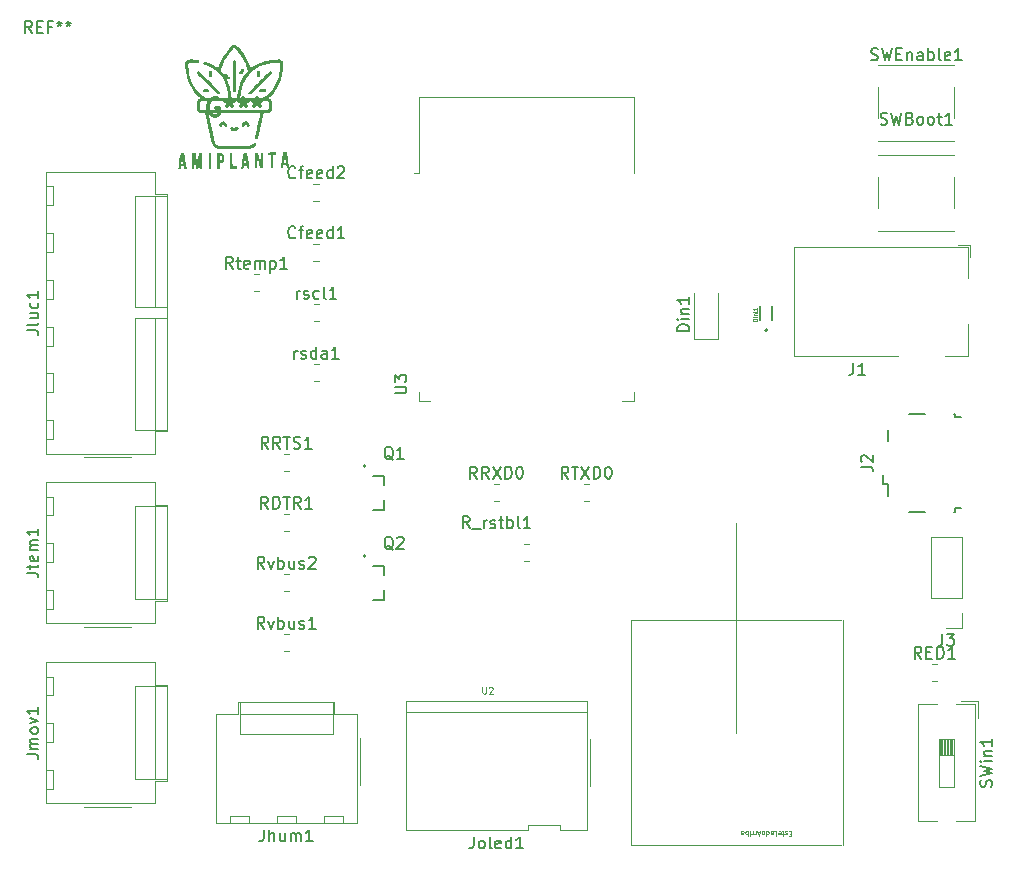
<source format=gbr>
%TF.GenerationSoftware,KiCad,Pcbnew,6.0.2+dfsg-1*%
%TF.CreationDate,2022-10-25T22:35:24-05:00*%
%TF.ProjectId,amiplanta,616d6970-6c61-46e7-9461-2e6b69636164,rev?*%
%TF.SameCoordinates,Original*%
%TF.FileFunction,Legend,Top*%
%TF.FilePolarity,Positive*%
%FSLAX46Y46*%
G04 Gerber Fmt 4.6, Leading zero omitted, Abs format (unit mm)*
G04 Created by KiCad (PCBNEW 6.0.2+dfsg-1) date 2022-10-25 22:35:24*
%MOMM*%
%LPD*%
G01*
G04 APERTURE LIST*
%ADD10C,0.150000*%
%ADD11C,0.080000*%
%ADD12C,0.012500*%
%ADD13C,0.300000*%
%ADD14C,0.120000*%
%ADD15C,0.127000*%
%ADD16C,0.200000*%
G04 APERTURE END LIST*
D10*
%TO.C,Jtem1*%
X26267380Y-88074285D02*
X26981666Y-88074285D01*
X27124523Y-88121904D01*
X27219761Y-88217142D01*
X27267380Y-88360000D01*
X27267380Y-88455238D01*
X26600714Y-87740952D02*
X26600714Y-87360000D01*
X26267380Y-87598095D02*
X27124523Y-87598095D01*
X27219761Y-87550476D01*
X27267380Y-87455238D01*
X27267380Y-87360000D01*
X27219761Y-86645714D02*
X27267380Y-86740952D01*
X27267380Y-86931428D01*
X27219761Y-87026666D01*
X27124523Y-87074285D01*
X26743571Y-87074285D01*
X26648333Y-87026666D01*
X26600714Y-86931428D01*
X26600714Y-86740952D01*
X26648333Y-86645714D01*
X26743571Y-86598095D01*
X26838809Y-86598095D01*
X26934047Y-87074285D01*
X27267380Y-86169523D02*
X26600714Y-86169523D01*
X26695952Y-86169523D02*
X26648333Y-86121904D01*
X26600714Y-86026666D01*
X26600714Y-85883809D01*
X26648333Y-85788571D01*
X26743571Y-85740952D01*
X27267380Y-85740952D01*
X26743571Y-85740952D02*
X26648333Y-85693333D01*
X26600714Y-85598095D01*
X26600714Y-85455238D01*
X26648333Y-85360000D01*
X26743571Y-85312380D01*
X27267380Y-85312380D01*
X27267380Y-84312380D02*
X27267380Y-84883809D01*
X27267380Y-84598095D02*
X26267380Y-84598095D01*
X26410238Y-84693333D01*
X26505476Y-84788571D01*
X26553095Y-84883809D01*
%TO.C,SWin1*%
X107964761Y-106163809D02*
X108012380Y-106020952D01*
X108012380Y-105782857D01*
X107964761Y-105687619D01*
X107917142Y-105640000D01*
X107821904Y-105592380D01*
X107726666Y-105592380D01*
X107631428Y-105640000D01*
X107583809Y-105687619D01*
X107536190Y-105782857D01*
X107488571Y-105973333D01*
X107440952Y-106068571D01*
X107393333Y-106116190D01*
X107298095Y-106163809D01*
X107202857Y-106163809D01*
X107107619Y-106116190D01*
X107060000Y-106068571D01*
X107012380Y-105973333D01*
X107012380Y-105735238D01*
X107060000Y-105592380D01*
X107012380Y-105259047D02*
X108012380Y-105020952D01*
X107298095Y-104830476D01*
X108012380Y-104640000D01*
X107012380Y-104401904D01*
X108012380Y-104020952D02*
X107345714Y-104020952D01*
X107012380Y-104020952D02*
X107060000Y-104068571D01*
X107107619Y-104020952D01*
X107060000Y-103973333D01*
X107012380Y-104020952D01*
X107107619Y-104020952D01*
X107345714Y-103544761D02*
X108012380Y-103544761D01*
X107440952Y-103544761D02*
X107393333Y-103497142D01*
X107345714Y-103401904D01*
X107345714Y-103259047D01*
X107393333Y-103163809D01*
X107488571Y-103116190D01*
X108012380Y-103116190D01*
X108012380Y-102116190D02*
X108012380Y-102687619D01*
X108012380Y-102401904D02*
X107012380Y-102401904D01*
X107155238Y-102497142D01*
X107250476Y-102592380D01*
X107298095Y-102687619D01*
%TO.C,Q2*%
X57299761Y-86112619D02*
X57204523Y-86065000D01*
X57109285Y-85969761D01*
X56966428Y-85826904D01*
X56871190Y-85779285D01*
X56775952Y-85779285D01*
X56823571Y-86017380D02*
X56728333Y-85969761D01*
X56633095Y-85874523D01*
X56585476Y-85684047D01*
X56585476Y-85350714D01*
X56633095Y-85160238D01*
X56728333Y-85065000D01*
X56823571Y-85017380D01*
X57014047Y-85017380D01*
X57109285Y-85065000D01*
X57204523Y-85160238D01*
X57252142Y-85350714D01*
X57252142Y-85684047D01*
X57204523Y-85874523D01*
X57109285Y-85969761D01*
X57014047Y-86017380D01*
X56823571Y-86017380D01*
X57633095Y-85112619D02*
X57680714Y-85065000D01*
X57775952Y-85017380D01*
X58014047Y-85017380D01*
X58109285Y-85065000D01*
X58156904Y-85112619D01*
X58204523Y-85207857D01*
X58204523Y-85303095D01*
X58156904Y-85445952D01*
X57585476Y-86017380D01*
X58204523Y-86017380D01*
%TO.C,RRTS1*%
X46736190Y-77542380D02*
X46402857Y-77066190D01*
X46164761Y-77542380D02*
X46164761Y-76542380D01*
X46545714Y-76542380D01*
X46640952Y-76590000D01*
X46688571Y-76637619D01*
X46736190Y-76732857D01*
X46736190Y-76875714D01*
X46688571Y-76970952D01*
X46640952Y-77018571D01*
X46545714Y-77066190D01*
X46164761Y-77066190D01*
X47736190Y-77542380D02*
X47402857Y-77066190D01*
X47164761Y-77542380D02*
X47164761Y-76542380D01*
X47545714Y-76542380D01*
X47640952Y-76590000D01*
X47688571Y-76637619D01*
X47736190Y-76732857D01*
X47736190Y-76875714D01*
X47688571Y-76970952D01*
X47640952Y-77018571D01*
X47545714Y-77066190D01*
X47164761Y-77066190D01*
X48021904Y-76542380D02*
X48593333Y-76542380D01*
X48307619Y-77542380D02*
X48307619Y-76542380D01*
X48879047Y-77494761D02*
X49021904Y-77542380D01*
X49260000Y-77542380D01*
X49355238Y-77494761D01*
X49402857Y-77447142D01*
X49450476Y-77351904D01*
X49450476Y-77256666D01*
X49402857Y-77161428D01*
X49355238Y-77113809D01*
X49260000Y-77066190D01*
X49069523Y-77018571D01*
X48974285Y-76970952D01*
X48926666Y-76923333D01*
X48879047Y-76828095D01*
X48879047Y-76732857D01*
X48926666Y-76637619D01*
X48974285Y-76590000D01*
X49069523Y-76542380D01*
X49307619Y-76542380D01*
X49450476Y-76590000D01*
X50402857Y-77542380D02*
X49831428Y-77542380D01*
X50117142Y-77542380D02*
X50117142Y-76542380D01*
X50021904Y-76685238D01*
X49926666Y-76780476D01*
X49831428Y-76828095D01*
%TO.C,SWEnable1*%
X97766666Y-44614761D02*
X97909523Y-44662380D01*
X98147619Y-44662380D01*
X98242857Y-44614761D01*
X98290476Y-44567142D01*
X98338095Y-44471904D01*
X98338095Y-44376666D01*
X98290476Y-44281428D01*
X98242857Y-44233809D01*
X98147619Y-44186190D01*
X97957142Y-44138571D01*
X97861904Y-44090952D01*
X97814285Y-44043333D01*
X97766666Y-43948095D01*
X97766666Y-43852857D01*
X97814285Y-43757619D01*
X97861904Y-43710000D01*
X97957142Y-43662380D01*
X98195238Y-43662380D01*
X98338095Y-43710000D01*
X98671428Y-43662380D02*
X98909523Y-44662380D01*
X99100000Y-43948095D01*
X99290476Y-44662380D01*
X99528571Y-43662380D01*
X99909523Y-44138571D02*
X100242857Y-44138571D01*
X100385714Y-44662380D02*
X99909523Y-44662380D01*
X99909523Y-43662380D01*
X100385714Y-43662380D01*
X100814285Y-43995714D02*
X100814285Y-44662380D01*
X100814285Y-44090952D02*
X100861904Y-44043333D01*
X100957142Y-43995714D01*
X101100000Y-43995714D01*
X101195238Y-44043333D01*
X101242857Y-44138571D01*
X101242857Y-44662380D01*
X102147619Y-44662380D02*
X102147619Y-44138571D01*
X102100000Y-44043333D01*
X102004761Y-43995714D01*
X101814285Y-43995714D01*
X101719047Y-44043333D01*
X102147619Y-44614761D02*
X102052380Y-44662380D01*
X101814285Y-44662380D01*
X101719047Y-44614761D01*
X101671428Y-44519523D01*
X101671428Y-44424285D01*
X101719047Y-44329047D01*
X101814285Y-44281428D01*
X102052380Y-44281428D01*
X102147619Y-44233809D01*
X102623809Y-44662380D02*
X102623809Y-43662380D01*
X102623809Y-44043333D02*
X102719047Y-43995714D01*
X102909523Y-43995714D01*
X103004761Y-44043333D01*
X103052380Y-44090952D01*
X103100000Y-44186190D01*
X103100000Y-44471904D01*
X103052380Y-44567142D01*
X103004761Y-44614761D01*
X102909523Y-44662380D01*
X102719047Y-44662380D01*
X102623809Y-44614761D01*
X103671428Y-44662380D02*
X103576190Y-44614761D01*
X103528571Y-44519523D01*
X103528571Y-43662380D01*
X104433333Y-44614761D02*
X104338095Y-44662380D01*
X104147619Y-44662380D01*
X104052380Y-44614761D01*
X104004761Y-44519523D01*
X104004761Y-44138571D01*
X104052380Y-44043333D01*
X104147619Y-43995714D01*
X104338095Y-43995714D01*
X104433333Y-44043333D01*
X104480952Y-44138571D01*
X104480952Y-44233809D01*
X104004761Y-44329047D01*
X105433333Y-44662380D02*
X104861904Y-44662380D01*
X105147619Y-44662380D02*
X105147619Y-43662380D01*
X105052380Y-43805238D01*
X104957142Y-43900476D01*
X104861904Y-43948095D01*
D11*
%TO.C,U2*%
X64858952Y-97742809D02*
X64858952Y-98188047D01*
X64885142Y-98240428D01*
X64911333Y-98266619D01*
X64963714Y-98292809D01*
X65068476Y-98292809D01*
X65120857Y-98266619D01*
X65147047Y-98240428D01*
X65173238Y-98188047D01*
X65173238Y-97742809D01*
X65408952Y-97795190D02*
X65435142Y-97769000D01*
X65487523Y-97742809D01*
X65618476Y-97742809D01*
X65670857Y-97769000D01*
X65697047Y-97795190D01*
X65723238Y-97847571D01*
X65723238Y-97899952D01*
X65697047Y-97978523D01*
X65382761Y-98292809D01*
X65723238Y-98292809D01*
D12*
X91014285Y-110137571D02*
X90880952Y-110137571D01*
X90823809Y-109928047D02*
X91014285Y-109928047D01*
X91014285Y-110328047D01*
X90823809Y-110328047D01*
X90671428Y-109947095D02*
X90633333Y-109928047D01*
X90557142Y-109928047D01*
X90519047Y-109947095D01*
X90500000Y-109985190D01*
X90500000Y-110004238D01*
X90519047Y-110042333D01*
X90557142Y-110061380D01*
X90614285Y-110061380D01*
X90652380Y-110080428D01*
X90671428Y-110118523D01*
X90671428Y-110137571D01*
X90652380Y-110175666D01*
X90614285Y-110194714D01*
X90557142Y-110194714D01*
X90519047Y-110175666D01*
X90385714Y-110194714D02*
X90233333Y-110194714D01*
X90328571Y-110328047D02*
X90328571Y-109985190D01*
X90309523Y-109947095D01*
X90271428Y-109928047D01*
X90233333Y-109928047D01*
X89947619Y-109947095D02*
X89985714Y-109928047D01*
X90061904Y-109928047D01*
X90100000Y-109947095D01*
X90119047Y-109985190D01*
X90119047Y-110137571D01*
X90100000Y-110175666D01*
X90061904Y-110194714D01*
X89985714Y-110194714D01*
X89947619Y-110175666D01*
X89928571Y-110137571D01*
X89928571Y-110099476D01*
X90119047Y-110061380D01*
X89566666Y-109928047D02*
X89757142Y-109928047D01*
X89757142Y-110328047D01*
X89261904Y-109928047D02*
X89261904Y-110137571D01*
X89280952Y-110175666D01*
X89319047Y-110194714D01*
X89395238Y-110194714D01*
X89433333Y-110175666D01*
X89261904Y-109947095D02*
X89300000Y-109928047D01*
X89395238Y-109928047D01*
X89433333Y-109947095D01*
X89452380Y-109985190D01*
X89452380Y-110023285D01*
X89433333Y-110061380D01*
X89395238Y-110080428D01*
X89300000Y-110080428D01*
X89261904Y-110099476D01*
X88900000Y-109928047D02*
X88900000Y-110328047D01*
X88900000Y-109947095D02*
X88938095Y-109928047D01*
X89014285Y-109928047D01*
X89052380Y-109947095D01*
X89071428Y-109966142D01*
X89090476Y-110004238D01*
X89090476Y-110118523D01*
X89071428Y-110156619D01*
X89052380Y-110175666D01*
X89014285Y-110194714D01*
X88938095Y-110194714D01*
X88900000Y-110175666D01*
X88652380Y-109928047D02*
X88690476Y-109947095D01*
X88709523Y-109966142D01*
X88728571Y-110004238D01*
X88728571Y-110118523D01*
X88709523Y-110156619D01*
X88690476Y-110175666D01*
X88652380Y-110194714D01*
X88595238Y-110194714D01*
X88557142Y-110175666D01*
X88538095Y-110156619D01*
X88519047Y-110118523D01*
X88519047Y-110004238D01*
X88538095Y-109966142D01*
X88557142Y-109947095D01*
X88595238Y-109928047D01*
X88652380Y-109928047D01*
X88366666Y-110042333D02*
X88176190Y-110042333D01*
X88404761Y-109928047D02*
X88271428Y-110328047D01*
X88138095Y-109928047D01*
X88004761Y-109928047D02*
X88004761Y-110194714D01*
X88004761Y-110118523D02*
X87985714Y-110156619D01*
X87966666Y-110175666D01*
X87928571Y-110194714D01*
X87890476Y-110194714D01*
X87757142Y-109928047D02*
X87757142Y-110194714D01*
X87757142Y-110118523D02*
X87738095Y-110156619D01*
X87719047Y-110175666D01*
X87680952Y-110194714D01*
X87642857Y-110194714D01*
X87509523Y-109928047D02*
X87509523Y-110194714D01*
X87509523Y-110328047D02*
X87528571Y-110309000D01*
X87509523Y-110289952D01*
X87490476Y-110309000D01*
X87509523Y-110328047D01*
X87509523Y-110289952D01*
X87319047Y-109928047D02*
X87319047Y-110328047D01*
X87319047Y-110175666D02*
X87280952Y-110194714D01*
X87204761Y-110194714D01*
X87166666Y-110175666D01*
X87147619Y-110156619D01*
X87128571Y-110118523D01*
X87128571Y-110004238D01*
X87147619Y-109966142D01*
X87166666Y-109947095D01*
X87204761Y-109928047D01*
X87280952Y-109928047D01*
X87319047Y-109947095D01*
X86785714Y-109928047D02*
X86785714Y-110137571D01*
X86804761Y-110175666D01*
X86842857Y-110194714D01*
X86919047Y-110194714D01*
X86957142Y-110175666D01*
X86785714Y-109947095D02*
X86823809Y-109928047D01*
X86919047Y-109928047D01*
X86957142Y-109947095D01*
X86976190Y-109985190D01*
X86976190Y-110023285D01*
X86957142Y-110061380D01*
X86919047Y-110080428D01*
X86823809Y-110080428D01*
X86785714Y-110099476D01*
D10*
%TO.C,J1*%
X96276666Y-70284880D02*
X96276666Y-70999166D01*
X96229047Y-71142023D01*
X96133809Y-71237261D01*
X95990952Y-71284880D01*
X95895714Y-71284880D01*
X97276666Y-71284880D02*
X96705238Y-71284880D01*
X96990952Y-71284880D02*
X96990952Y-70284880D01*
X96895714Y-70427738D01*
X96800476Y-70522976D01*
X96705238Y-70570595D01*
%TO.C,RED1*%
X102020952Y-95322380D02*
X101687619Y-94846190D01*
X101449523Y-95322380D02*
X101449523Y-94322380D01*
X101830476Y-94322380D01*
X101925714Y-94370000D01*
X101973333Y-94417619D01*
X102020952Y-94512857D01*
X102020952Y-94655714D01*
X101973333Y-94750952D01*
X101925714Y-94798571D01*
X101830476Y-94846190D01*
X101449523Y-94846190D01*
X102449523Y-94798571D02*
X102782857Y-94798571D01*
X102925714Y-95322380D02*
X102449523Y-95322380D01*
X102449523Y-94322380D01*
X102925714Y-94322380D01*
X103354285Y-95322380D02*
X103354285Y-94322380D01*
X103592380Y-94322380D01*
X103735238Y-94370000D01*
X103830476Y-94465238D01*
X103878095Y-94560476D01*
X103925714Y-94750952D01*
X103925714Y-94893809D01*
X103878095Y-95084285D01*
X103830476Y-95179523D01*
X103735238Y-95274761D01*
X103592380Y-95322380D01*
X103354285Y-95322380D01*
X104878095Y-95322380D02*
X104306666Y-95322380D01*
X104592380Y-95322380D02*
X104592380Y-94322380D01*
X104497142Y-94465238D01*
X104401904Y-94560476D01*
X104306666Y-94608095D01*
%TO.C,RDTR1*%
X46712380Y-82622380D02*
X46379047Y-82146190D01*
X46140952Y-82622380D02*
X46140952Y-81622380D01*
X46521904Y-81622380D01*
X46617142Y-81670000D01*
X46664761Y-81717619D01*
X46712380Y-81812857D01*
X46712380Y-81955714D01*
X46664761Y-82050952D01*
X46617142Y-82098571D01*
X46521904Y-82146190D01*
X46140952Y-82146190D01*
X47140952Y-82622380D02*
X47140952Y-81622380D01*
X47379047Y-81622380D01*
X47521904Y-81670000D01*
X47617142Y-81765238D01*
X47664761Y-81860476D01*
X47712380Y-82050952D01*
X47712380Y-82193809D01*
X47664761Y-82384285D01*
X47617142Y-82479523D01*
X47521904Y-82574761D01*
X47379047Y-82622380D01*
X47140952Y-82622380D01*
X47998095Y-81622380D02*
X48569523Y-81622380D01*
X48283809Y-82622380D02*
X48283809Y-81622380D01*
X49474285Y-82622380D02*
X49140952Y-82146190D01*
X48902857Y-82622380D02*
X48902857Y-81622380D01*
X49283809Y-81622380D01*
X49379047Y-81670000D01*
X49426666Y-81717619D01*
X49474285Y-81812857D01*
X49474285Y-81955714D01*
X49426666Y-82050952D01*
X49379047Y-82098571D01*
X49283809Y-82146190D01*
X48902857Y-82146190D01*
X50426666Y-82622380D02*
X49855238Y-82622380D01*
X50140952Y-82622380D02*
X50140952Y-81622380D01*
X50045714Y-81765238D01*
X49950476Y-81860476D01*
X49855238Y-81908095D01*
%TO.C,U3*%
X57422380Y-72861904D02*
X58231904Y-72861904D01*
X58327142Y-72814285D01*
X58374761Y-72766666D01*
X58422380Y-72671428D01*
X58422380Y-72480952D01*
X58374761Y-72385714D01*
X58327142Y-72338095D01*
X58231904Y-72290476D01*
X57422380Y-72290476D01*
X57422380Y-71909523D02*
X57422380Y-71290476D01*
X57803333Y-71623809D01*
X57803333Y-71480952D01*
X57850952Y-71385714D01*
X57898571Y-71338095D01*
X57993809Y-71290476D01*
X58231904Y-71290476D01*
X58327142Y-71338095D01*
X58374761Y-71385714D01*
X58422380Y-71480952D01*
X58422380Y-71766666D01*
X58374761Y-71861904D01*
X58327142Y-71909523D01*
D13*
%TO.C,G\u002A\u002A\u002A*%
X42507428Y-47938000D02*
X42362285Y-47865428D01*
X42144571Y-47865428D01*
X41926857Y-47938000D01*
X41781714Y-48083142D01*
X41709142Y-48228285D01*
X41636571Y-48518571D01*
X41636571Y-48736285D01*
X41709142Y-49026571D01*
X41781714Y-49171714D01*
X41926857Y-49316857D01*
X42144571Y-49389428D01*
X42289714Y-49389428D01*
X42507428Y-49316857D01*
X42580000Y-49244285D01*
X42580000Y-48736285D01*
X42289714Y-48736285D01*
X43450857Y-47865428D02*
X43450857Y-48228285D01*
X43088000Y-48083142D02*
X43450857Y-48228285D01*
X43813714Y-48083142D01*
X43233142Y-48518571D02*
X43450857Y-48228285D01*
X43668571Y-48518571D01*
X44612000Y-47865428D02*
X44612000Y-48228285D01*
X44249142Y-48083142D02*
X44612000Y-48228285D01*
X44974857Y-48083142D01*
X44394285Y-48518571D02*
X44612000Y-48228285D01*
X44829714Y-48518571D01*
X45773142Y-47865428D02*
X45773142Y-48228285D01*
X45410285Y-48083142D02*
X45773142Y-48228285D01*
X46136000Y-48083142D01*
X45555428Y-48518571D02*
X45773142Y-48228285D01*
X45990857Y-48518571D01*
D10*
%TO.C,Jmov1*%
X26267380Y-103433333D02*
X26981666Y-103433333D01*
X27124523Y-103480952D01*
X27219761Y-103576190D01*
X27267380Y-103719047D01*
X27267380Y-103814285D01*
X27267380Y-102957142D02*
X26600714Y-102957142D01*
X26695952Y-102957142D02*
X26648333Y-102909523D01*
X26600714Y-102814285D01*
X26600714Y-102671428D01*
X26648333Y-102576190D01*
X26743571Y-102528571D01*
X27267380Y-102528571D01*
X26743571Y-102528571D02*
X26648333Y-102480952D01*
X26600714Y-102385714D01*
X26600714Y-102242857D01*
X26648333Y-102147619D01*
X26743571Y-102100000D01*
X27267380Y-102100000D01*
X27267380Y-101480952D02*
X27219761Y-101576190D01*
X27172142Y-101623809D01*
X27076904Y-101671428D01*
X26791190Y-101671428D01*
X26695952Y-101623809D01*
X26648333Y-101576190D01*
X26600714Y-101480952D01*
X26600714Y-101338095D01*
X26648333Y-101242857D01*
X26695952Y-101195238D01*
X26791190Y-101147619D01*
X27076904Y-101147619D01*
X27172142Y-101195238D01*
X27219761Y-101242857D01*
X27267380Y-101338095D01*
X27267380Y-101480952D01*
X26600714Y-100814285D02*
X27267380Y-100576190D01*
X26600714Y-100338095D01*
X27267380Y-99433333D02*
X27267380Y-100004761D01*
X27267380Y-99719047D02*
X26267380Y-99719047D01*
X26410238Y-99814285D01*
X26505476Y-99909523D01*
X26553095Y-100004761D01*
%TO.C,J2*%
X96902380Y-79083333D02*
X97616666Y-79083333D01*
X97759523Y-79130952D01*
X97854761Y-79226190D01*
X97902380Y-79369047D01*
X97902380Y-79464285D01*
X96997619Y-78654761D02*
X96950000Y-78607142D01*
X96902380Y-78511904D01*
X96902380Y-78273809D01*
X96950000Y-78178571D01*
X96997619Y-78130952D01*
X97092857Y-78083333D01*
X97188095Y-78083333D01*
X97330952Y-78130952D01*
X97902380Y-78702380D01*
X97902380Y-78083333D01*
%TO.C,rsda1*%
X48942857Y-69922380D02*
X48942857Y-69255714D01*
X48942857Y-69446190D02*
X48990476Y-69350952D01*
X49038095Y-69303333D01*
X49133333Y-69255714D01*
X49228571Y-69255714D01*
X49514285Y-69874761D02*
X49609523Y-69922380D01*
X49800000Y-69922380D01*
X49895238Y-69874761D01*
X49942857Y-69779523D01*
X49942857Y-69731904D01*
X49895238Y-69636666D01*
X49800000Y-69589047D01*
X49657142Y-69589047D01*
X49561904Y-69541428D01*
X49514285Y-69446190D01*
X49514285Y-69398571D01*
X49561904Y-69303333D01*
X49657142Y-69255714D01*
X49800000Y-69255714D01*
X49895238Y-69303333D01*
X50800000Y-69922380D02*
X50800000Y-68922380D01*
X50800000Y-69874761D02*
X50704761Y-69922380D01*
X50514285Y-69922380D01*
X50419047Y-69874761D01*
X50371428Y-69827142D01*
X50323809Y-69731904D01*
X50323809Y-69446190D01*
X50371428Y-69350952D01*
X50419047Y-69303333D01*
X50514285Y-69255714D01*
X50704761Y-69255714D01*
X50800000Y-69303333D01*
X51704761Y-69922380D02*
X51704761Y-69398571D01*
X51657142Y-69303333D01*
X51561904Y-69255714D01*
X51371428Y-69255714D01*
X51276190Y-69303333D01*
X51704761Y-69874761D02*
X51609523Y-69922380D01*
X51371428Y-69922380D01*
X51276190Y-69874761D01*
X51228571Y-69779523D01*
X51228571Y-69684285D01*
X51276190Y-69589047D01*
X51371428Y-69541428D01*
X51609523Y-69541428D01*
X51704761Y-69493809D01*
X52704761Y-69922380D02*
X52133333Y-69922380D01*
X52419047Y-69922380D02*
X52419047Y-68922380D01*
X52323809Y-69065238D01*
X52228571Y-69160476D01*
X52133333Y-69208095D01*
%TO.C,RRXD0*%
X64397142Y-80082380D02*
X64063809Y-79606190D01*
X63825714Y-80082380D02*
X63825714Y-79082380D01*
X64206666Y-79082380D01*
X64301904Y-79130000D01*
X64349523Y-79177619D01*
X64397142Y-79272857D01*
X64397142Y-79415714D01*
X64349523Y-79510952D01*
X64301904Y-79558571D01*
X64206666Y-79606190D01*
X63825714Y-79606190D01*
X65397142Y-80082380D02*
X65063809Y-79606190D01*
X64825714Y-80082380D02*
X64825714Y-79082380D01*
X65206666Y-79082380D01*
X65301904Y-79130000D01*
X65349523Y-79177619D01*
X65397142Y-79272857D01*
X65397142Y-79415714D01*
X65349523Y-79510952D01*
X65301904Y-79558571D01*
X65206666Y-79606190D01*
X64825714Y-79606190D01*
X65730476Y-79082380D02*
X66397142Y-80082380D01*
X66397142Y-79082380D02*
X65730476Y-80082380D01*
X66778095Y-80082380D02*
X66778095Y-79082380D01*
X67016190Y-79082380D01*
X67159047Y-79130000D01*
X67254285Y-79225238D01*
X67301904Y-79320476D01*
X67349523Y-79510952D01*
X67349523Y-79653809D01*
X67301904Y-79844285D01*
X67254285Y-79939523D01*
X67159047Y-80034761D01*
X67016190Y-80082380D01*
X66778095Y-80082380D01*
X67968571Y-79082380D02*
X68063809Y-79082380D01*
X68159047Y-79130000D01*
X68206666Y-79177619D01*
X68254285Y-79272857D01*
X68301904Y-79463333D01*
X68301904Y-79701428D01*
X68254285Y-79891904D01*
X68206666Y-79987142D01*
X68159047Y-80034761D01*
X68063809Y-80082380D01*
X67968571Y-80082380D01*
X67873333Y-80034761D01*
X67825714Y-79987142D01*
X67778095Y-79891904D01*
X67730476Y-79701428D01*
X67730476Y-79463333D01*
X67778095Y-79272857D01*
X67825714Y-79177619D01*
X67873333Y-79130000D01*
X67968571Y-79082380D01*
%TO.C,Din1*%
X82367380Y-67595571D02*
X81367380Y-67595571D01*
X81367380Y-67357476D01*
X81415000Y-67214619D01*
X81510238Y-67119380D01*
X81605476Y-67071761D01*
X81795952Y-67024142D01*
X81938809Y-67024142D01*
X82129285Y-67071761D01*
X82224523Y-67119380D01*
X82319761Y-67214619D01*
X82367380Y-67357476D01*
X82367380Y-67595571D01*
X82367380Y-66595571D02*
X81700714Y-66595571D01*
X81367380Y-66595571D02*
X81415000Y-66643190D01*
X81462619Y-66595571D01*
X81415000Y-66547952D01*
X81367380Y-66595571D01*
X81462619Y-66595571D01*
X81700714Y-66119380D02*
X82367380Y-66119380D01*
X81795952Y-66119380D02*
X81748333Y-66071761D01*
X81700714Y-65976523D01*
X81700714Y-65833666D01*
X81748333Y-65738428D01*
X81843571Y-65690809D01*
X82367380Y-65690809D01*
X82367380Y-64690809D02*
X82367380Y-65262238D01*
X82367380Y-64976523D02*
X81367380Y-64976523D01*
X81510238Y-65071761D01*
X81605476Y-65167000D01*
X81653095Y-65262238D01*
%TO.C,Rtemp1*%
X43720000Y-62302380D02*
X43386666Y-61826190D01*
X43148571Y-62302380D02*
X43148571Y-61302380D01*
X43529523Y-61302380D01*
X43624761Y-61350000D01*
X43672380Y-61397619D01*
X43720000Y-61492857D01*
X43720000Y-61635714D01*
X43672380Y-61730952D01*
X43624761Y-61778571D01*
X43529523Y-61826190D01*
X43148571Y-61826190D01*
X44005714Y-61635714D02*
X44386666Y-61635714D01*
X44148571Y-61302380D02*
X44148571Y-62159523D01*
X44196190Y-62254761D01*
X44291428Y-62302380D01*
X44386666Y-62302380D01*
X45100952Y-62254761D02*
X45005714Y-62302380D01*
X44815238Y-62302380D01*
X44720000Y-62254761D01*
X44672380Y-62159523D01*
X44672380Y-61778571D01*
X44720000Y-61683333D01*
X44815238Y-61635714D01*
X45005714Y-61635714D01*
X45100952Y-61683333D01*
X45148571Y-61778571D01*
X45148571Y-61873809D01*
X44672380Y-61969047D01*
X45577142Y-62302380D02*
X45577142Y-61635714D01*
X45577142Y-61730952D02*
X45624761Y-61683333D01*
X45720000Y-61635714D01*
X45862857Y-61635714D01*
X45958095Y-61683333D01*
X46005714Y-61778571D01*
X46005714Y-62302380D01*
X46005714Y-61778571D02*
X46053333Y-61683333D01*
X46148571Y-61635714D01*
X46291428Y-61635714D01*
X46386666Y-61683333D01*
X46434285Y-61778571D01*
X46434285Y-62302380D01*
X46910476Y-61635714D02*
X46910476Y-62635714D01*
X46910476Y-61683333D02*
X47005714Y-61635714D01*
X47196190Y-61635714D01*
X47291428Y-61683333D01*
X47339047Y-61730952D01*
X47386666Y-61826190D01*
X47386666Y-62111904D01*
X47339047Y-62207142D01*
X47291428Y-62254761D01*
X47196190Y-62302380D01*
X47005714Y-62302380D01*
X46910476Y-62254761D01*
X48339047Y-62302380D02*
X47767619Y-62302380D01*
X48053333Y-62302380D02*
X48053333Y-61302380D01*
X47958095Y-61445238D01*
X47862857Y-61540476D01*
X47767619Y-61588095D01*
%TO.C,J3*%
X103806666Y-93222380D02*
X103806666Y-93936666D01*
X103759047Y-94079523D01*
X103663809Y-94174761D01*
X103520952Y-94222380D01*
X103425714Y-94222380D01*
X104187619Y-93222380D02*
X104806666Y-93222380D01*
X104473333Y-93603333D01*
X104616190Y-93603333D01*
X104711428Y-93650952D01*
X104759047Y-93698571D01*
X104806666Y-93793809D01*
X104806666Y-94031904D01*
X104759047Y-94127142D01*
X104711428Y-94174761D01*
X104616190Y-94222380D01*
X104330476Y-94222380D01*
X104235238Y-94174761D01*
X104187619Y-94127142D01*
%TO.C,SWBoot1*%
X98576190Y-50061761D02*
X98719047Y-50109380D01*
X98957142Y-50109380D01*
X99052380Y-50061761D01*
X99100000Y-50014142D01*
X99147619Y-49918904D01*
X99147619Y-49823666D01*
X99100000Y-49728428D01*
X99052380Y-49680809D01*
X98957142Y-49633190D01*
X98766666Y-49585571D01*
X98671428Y-49537952D01*
X98623809Y-49490333D01*
X98576190Y-49395095D01*
X98576190Y-49299857D01*
X98623809Y-49204619D01*
X98671428Y-49157000D01*
X98766666Y-49109380D01*
X99004761Y-49109380D01*
X99147619Y-49157000D01*
X99480952Y-49109380D02*
X99719047Y-50109380D01*
X99909523Y-49395095D01*
X100100000Y-50109380D01*
X100338095Y-49109380D01*
X101052380Y-49585571D02*
X101195238Y-49633190D01*
X101242857Y-49680809D01*
X101290476Y-49776047D01*
X101290476Y-49918904D01*
X101242857Y-50014142D01*
X101195238Y-50061761D01*
X101100000Y-50109380D01*
X100719047Y-50109380D01*
X100719047Y-49109380D01*
X101052380Y-49109380D01*
X101147619Y-49157000D01*
X101195238Y-49204619D01*
X101242857Y-49299857D01*
X101242857Y-49395095D01*
X101195238Y-49490333D01*
X101147619Y-49537952D01*
X101052380Y-49585571D01*
X100719047Y-49585571D01*
X101861904Y-50109380D02*
X101766666Y-50061761D01*
X101719047Y-50014142D01*
X101671428Y-49918904D01*
X101671428Y-49633190D01*
X101719047Y-49537952D01*
X101766666Y-49490333D01*
X101861904Y-49442714D01*
X102004761Y-49442714D01*
X102100000Y-49490333D01*
X102147619Y-49537952D01*
X102195238Y-49633190D01*
X102195238Y-49918904D01*
X102147619Y-50014142D01*
X102100000Y-50061761D01*
X102004761Y-50109380D01*
X101861904Y-50109380D01*
X102766666Y-50109380D02*
X102671428Y-50061761D01*
X102623809Y-50014142D01*
X102576190Y-49918904D01*
X102576190Y-49633190D01*
X102623809Y-49537952D01*
X102671428Y-49490333D01*
X102766666Y-49442714D01*
X102909523Y-49442714D01*
X103004761Y-49490333D01*
X103052380Y-49537952D01*
X103100000Y-49633190D01*
X103100000Y-49918904D01*
X103052380Y-50014142D01*
X103004761Y-50061761D01*
X102909523Y-50109380D01*
X102766666Y-50109380D01*
X103385714Y-49442714D02*
X103766666Y-49442714D01*
X103528571Y-49109380D02*
X103528571Y-49966523D01*
X103576190Y-50061761D01*
X103671428Y-50109380D01*
X103766666Y-50109380D01*
X104623809Y-50109380D02*
X104052380Y-50109380D01*
X104338095Y-50109380D02*
X104338095Y-49109380D01*
X104242857Y-49252238D01*
X104147619Y-49347476D01*
X104052380Y-49395095D01*
%TO.C,Rvbus1*%
X46402857Y-92782380D02*
X46069523Y-92306190D01*
X45831428Y-92782380D02*
X45831428Y-91782380D01*
X46212380Y-91782380D01*
X46307619Y-91830000D01*
X46355238Y-91877619D01*
X46402857Y-91972857D01*
X46402857Y-92115714D01*
X46355238Y-92210952D01*
X46307619Y-92258571D01*
X46212380Y-92306190D01*
X45831428Y-92306190D01*
X46736190Y-92115714D02*
X46974285Y-92782380D01*
X47212380Y-92115714D01*
X47593333Y-92782380D02*
X47593333Y-91782380D01*
X47593333Y-92163333D02*
X47688571Y-92115714D01*
X47879047Y-92115714D01*
X47974285Y-92163333D01*
X48021904Y-92210952D01*
X48069523Y-92306190D01*
X48069523Y-92591904D01*
X48021904Y-92687142D01*
X47974285Y-92734761D01*
X47879047Y-92782380D01*
X47688571Y-92782380D01*
X47593333Y-92734761D01*
X48926666Y-92115714D02*
X48926666Y-92782380D01*
X48498095Y-92115714D02*
X48498095Y-92639523D01*
X48545714Y-92734761D01*
X48640952Y-92782380D01*
X48783809Y-92782380D01*
X48879047Y-92734761D01*
X48926666Y-92687142D01*
X49355238Y-92734761D02*
X49450476Y-92782380D01*
X49640952Y-92782380D01*
X49736190Y-92734761D01*
X49783809Y-92639523D01*
X49783809Y-92591904D01*
X49736190Y-92496666D01*
X49640952Y-92449047D01*
X49498095Y-92449047D01*
X49402857Y-92401428D01*
X49355238Y-92306190D01*
X49355238Y-92258571D01*
X49402857Y-92163333D01*
X49498095Y-92115714D01*
X49640952Y-92115714D01*
X49736190Y-92163333D01*
X50736190Y-92782380D02*
X50164761Y-92782380D01*
X50450476Y-92782380D02*
X50450476Y-91782380D01*
X50355238Y-91925238D01*
X50260000Y-92020476D01*
X50164761Y-92068095D01*
%TO.C,R_rstbl1*%
X63778095Y-84272380D02*
X63444761Y-83796190D01*
X63206666Y-84272380D02*
X63206666Y-83272380D01*
X63587619Y-83272380D01*
X63682857Y-83320000D01*
X63730476Y-83367619D01*
X63778095Y-83462857D01*
X63778095Y-83605714D01*
X63730476Y-83700952D01*
X63682857Y-83748571D01*
X63587619Y-83796190D01*
X63206666Y-83796190D01*
X63968571Y-84367619D02*
X64730476Y-84367619D01*
X64968571Y-84272380D02*
X64968571Y-83605714D01*
X64968571Y-83796190D02*
X65016190Y-83700952D01*
X65063809Y-83653333D01*
X65159047Y-83605714D01*
X65254285Y-83605714D01*
X65540000Y-84224761D02*
X65635238Y-84272380D01*
X65825714Y-84272380D01*
X65920952Y-84224761D01*
X65968571Y-84129523D01*
X65968571Y-84081904D01*
X65920952Y-83986666D01*
X65825714Y-83939047D01*
X65682857Y-83939047D01*
X65587619Y-83891428D01*
X65540000Y-83796190D01*
X65540000Y-83748571D01*
X65587619Y-83653333D01*
X65682857Y-83605714D01*
X65825714Y-83605714D01*
X65920952Y-83653333D01*
X66254285Y-83605714D02*
X66635238Y-83605714D01*
X66397142Y-83272380D02*
X66397142Y-84129523D01*
X66444761Y-84224761D01*
X66540000Y-84272380D01*
X66635238Y-84272380D01*
X66968571Y-84272380D02*
X66968571Y-83272380D01*
X66968571Y-83653333D02*
X67063809Y-83605714D01*
X67254285Y-83605714D01*
X67349523Y-83653333D01*
X67397142Y-83700952D01*
X67444761Y-83796190D01*
X67444761Y-84081904D01*
X67397142Y-84177142D01*
X67349523Y-84224761D01*
X67254285Y-84272380D01*
X67063809Y-84272380D01*
X66968571Y-84224761D01*
X68016190Y-84272380D02*
X67920952Y-84224761D01*
X67873333Y-84129523D01*
X67873333Y-83272380D01*
X68920952Y-84272380D02*
X68349523Y-84272380D01*
X68635238Y-84272380D02*
X68635238Y-83272380D01*
X68540000Y-83415238D01*
X68444761Y-83510476D01*
X68349523Y-83558095D01*
%TO.C,REF\u002A\u002A*%
X26716666Y-42352380D02*
X26383333Y-41876190D01*
X26145238Y-42352380D02*
X26145238Y-41352380D01*
X26526190Y-41352380D01*
X26621428Y-41400000D01*
X26669047Y-41447619D01*
X26716666Y-41542857D01*
X26716666Y-41685714D01*
X26669047Y-41780952D01*
X26621428Y-41828571D01*
X26526190Y-41876190D01*
X26145238Y-41876190D01*
X27145238Y-41828571D02*
X27478571Y-41828571D01*
X27621428Y-42352380D02*
X27145238Y-42352380D01*
X27145238Y-41352380D01*
X27621428Y-41352380D01*
X28383333Y-41828571D02*
X28050000Y-41828571D01*
X28050000Y-42352380D02*
X28050000Y-41352380D01*
X28526190Y-41352380D01*
X29050000Y-41352380D02*
X29050000Y-41590476D01*
X28811904Y-41495238D02*
X29050000Y-41590476D01*
X29288095Y-41495238D01*
X28907142Y-41780952D02*
X29050000Y-41590476D01*
X29192857Y-41780952D01*
X29811904Y-41352380D02*
X29811904Y-41590476D01*
X29573809Y-41495238D02*
X29811904Y-41590476D01*
X30050000Y-41495238D01*
X29669047Y-41780952D02*
X29811904Y-41590476D01*
X29954761Y-41780952D01*
%TO.C,Cfeed1*%
X49038095Y-59637142D02*
X48990476Y-59684761D01*
X48847619Y-59732380D01*
X48752380Y-59732380D01*
X48609523Y-59684761D01*
X48514285Y-59589523D01*
X48466666Y-59494285D01*
X48419047Y-59303809D01*
X48419047Y-59160952D01*
X48466666Y-58970476D01*
X48514285Y-58875238D01*
X48609523Y-58780000D01*
X48752380Y-58732380D01*
X48847619Y-58732380D01*
X48990476Y-58780000D01*
X49038095Y-58827619D01*
X49323809Y-59065714D02*
X49704761Y-59065714D01*
X49466666Y-59732380D02*
X49466666Y-58875238D01*
X49514285Y-58780000D01*
X49609523Y-58732380D01*
X49704761Y-58732380D01*
X50419047Y-59684761D02*
X50323809Y-59732380D01*
X50133333Y-59732380D01*
X50038095Y-59684761D01*
X49990476Y-59589523D01*
X49990476Y-59208571D01*
X50038095Y-59113333D01*
X50133333Y-59065714D01*
X50323809Y-59065714D01*
X50419047Y-59113333D01*
X50466666Y-59208571D01*
X50466666Y-59303809D01*
X49990476Y-59399047D01*
X51276190Y-59684761D02*
X51180952Y-59732380D01*
X50990476Y-59732380D01*
X50895238Y-59684761D01*
X50847619Y-59589523D01*
X50847619Y-59208571D01*
X50895238Y-59113333D01*
X50990476Y-59065714D01*
X51180952Y-59065714D01*
X51276190Y-59113333D01*
X51323809Y-59208571D01*
X51323809Y-59303809D01*
X50847619Y-59399047D01*
X52180952Y-59732380D02*
X52180952Y-58732380D01*
X52180952Y-59684761D02*
X52085714Y-59732380D01*
X51895238Y-59732380D01*
X51800000Y-59684761D01*
X51752380Y-59637142D01*
X51704761Y-59541904D01*
X51704761Y-59256190D01*
X51752380Y-59160952D01*
X51800000Y-59113333D01*
X51895238Y-59065714D01*
X52085714Y-59065714D01*
X52180952Y-59113333D01*
X53180952Y-59732380D02*
X52609523Y-59732380D01*
X52895238Y-59732380D02*
X52895238Y-58732380D01*
X52800000Y-58875238D01*
X52704761Y-58970476D01*
X52609523Y-59018095D01*
%TO.C,Joled1*%
X64111428Y-110392380D02*
X64111428Y-111106666D01*
X64063809Y-111249523D01*
X63968571Y-111344761D01*
X63825714Y-111392380D01*
X63730476Y-111392380D01*
X64730476Y-111392380D02*
X64635238Y-111344761D01*
X64587619Y-111297142D01*
X64540000Y-111201904D01*
X64540000Y-110916190D01*
X64587619Y-110820952D01*
X64635238Y-110773333D01*
X64730476Y-110725714D01*
X64873333Y-110725714D01*
X64968571Y-110773333D01*
X65016190Y-110820952D01*
X65063809Y-110916190D01*
X65063809Y-111201904D01*
X65016190Y-111297142D01*
X64968571Y-111344761D01*
X64873333Y-111392380D01*
X64730476Y-111392380D01*
X65635238Y-111392380D02*
X65540000Y-111344761D01*
X65492380Y-111249523D01*
X65492380Y-110392380D01*
X66397142Y-111344761D02*
X66301904Y-111392380D01*
X66111428Y-111392380D01*
X66016190Y-111344761D01*
X65968571Y-111249523D01*
X65968571Y-110868571D01*
X66016190Y-110773333D01*
X66111428Y-110725714D01*
X66301904Y-110725714D01*
X66397142Y-110773333D01*
X66444761Y-110868571D01*
X66444761Y-110963809D01*
X65968571Y-111059047D01*
X67301904Y-111392380D02*
X67301904Y-110392380D01*
X67301904Y-111344761D02*
X67206666Y-111392380D01*
X67016190Y-111392380D01*
X66920952Y-111344761D01*
X66873333Y-111297142D01*
X66825714Y-111201904D01*
X66825714Y-110916190D01*
X66873333Y-110820952D01*
X66920952Y-110773333D01*
X67016190Y-110725714D01*
X67206666Y-110725714D01*
X67301904Y-110773333D01*
X68301904Y-111392380D02*
X67730476Y-111392380D01*
X68016190Y-111392380D02*
X68016190Y-110392380D01*
X67920952Y-110535238D01*
X67825714Y-110630476D01*
X67730476Y-110678095D01*
%TO.C,Q1*%
X57299761Y-78492619D02*
X57204523Y-78445000D01*
X57109285Y-78349761D01*
X56966428Y-78206904D01*
X56871190Y-78159285D01*
X56775952Y-78159285D01*
X56823571Y-78397380D02*
X56728333Y-78349761D01*
X56633095Y-78254523D01*
X56585476Y-78064047D01*
X56585476Y-77730714D01*
X56633095Y-77540238D01*
X56728333Y-77445000D01*
X56823571Y-77397380D01*
X57014047Y-77397380D01*
X57109285Y-77445000D01*
X57204523Y-77540238D01*
X57252142Y-77730714D01*
X57252142Y-78064047D01*
X57204523Y-78254523D01*
X57109285Y-78349761D01*
X57014047Y-78397380D01*
X56823571Y-78397380D01*
X58204523Y-78397380D02*
X57633095Y-78397380D01*
X57918809Y-78397380D02*
X57918809Y-77397380D01*
X57823571Y-77540238D01*
X57728333Y-77635476D01*
X57633095Y-77683095D01*
%TO.C,Jhum1*%
X46355238Y-109797380D02*
X46355238Y-110511666D01*
X46307619Y-110654523D01*
X46212380Y-110749761D01*
X46069523Y-110797380D01*
X45974285Y-110797380D01*
X46831428Y-110797380D02*
X46831428Y-109797380D01*
X47260000Y-110797380D02*
X47260000Y-110273571D01*
X47212380Y-110178333D01*
X47117142Y-110130714D01*
X46974285Y-110130714D01*
X46879047Y-110178333D01*
X46831428Y-110225952D01*
X48164761Y-110130714D02*
X48164761Y-110797380D01*
X47736190Y-110130714D02*
X47736190Y-110654523D01*
X47783809Y-110749761D01*
X47879047Y-110797380D01*
X48021904Y-110797380D01*
X48117142Y-110749761D01*
X48164761Y-110702142D01*
X48640952Y-110797380D02*
X48640952Y-110130714D01*
X48640952Y-110225952D02*
X48688571Y-110178333D01*
X48783809Y-110130714D01*
X48926666Y-110130714D01*
X49021904Y-110178333D01*
X49069523Y-110273571D01*
X49069523Y-110797380D01*
X49069523Y-110273571D02*
X49117142Y-110178333D01*
X49212380Y-110130714D01*
X49355238Y-110130714D01*
X49450476Y-110178333D01*
X49498095Y-110273571D01*
X49498095Y-110797380D01*
X50498095Y-110797380D02*
X49926666Y-110797380D01*
X50212380Y-110797380D02*
X50212380Y-109797380D01*
X50117142Y-109940238D01*
X50021904Y-110035476D01*
X49926666Y-110083095D01*
%TO.C,RTXD0*%
X72136190Y-80082380D02*
X71802857Y-79606190D01*
X71564761Y-80082380D02*
X71564761Y-79082380D01*
X71945714Y-79082380D01*
X72040952Y-79130000D01*
X72088571Y-79177619D01*
X72136190Y-79272857D01*
X72136190Y-79415714D01*
X72088571Y-79510952D01*
X72040952Y-79558571D01*
X71945714Y-79606190D01*
X71564761Y-79606190D01*
X72421904Y-79082380D02*
X72993333Y-79082380D01*
X72707619Y-80082380D02*
X72707619Y-79082380D01*
X73231428Y-79082380D02*
X73898095Y-80082380D01*
X73898095Y-79082380D02*
X73231428Y-80082380D01*
X74279047Y-80082380D02*
X74279047Y-79082380D01*
X74517142Y-79082380D01*
X74660000Y-79130000D01*
X74755238Y-79225238D01*
X74802857Y-79320476D01*
X74850476Y-79510952D01*
X74850476Y-79653809D01*
X74802857Y-79844285D01*
X74755238Y-79939523D01*
X74660000Y-80034761D01*
X74517142Y-80082380D01*
X74279047Y-80082380D01*
X75469523Y-79082380D02*
X75564761Y-79082380D01*
X75660000Y-79130000D01*
X75707619Y-79177619D01*
X75755238Y-79272857D01*
X75802857Y-79463333D01*
X75802857Y-79701428D01*
X75755238Y-79891904D01*
X75707619Y-79987142D01*
X75660000Y-80034761D01*
X75564761Y-80082380D01*
X75469523Y-80082380D01*
X75374285Y-80034761D01*
X75326666Y-79987142D01*
X75279047Y-79891904D01*
X75231428Y-79701428D01*
X75231428Y-79463333D01*
X75279047Y-79272857D01*
X75326666Y-79177619D01*
X75374285Y-79130000D01*
X75469523Y-79082380D01*
D11*
%TO.C,Dinl1*%
X88091561Y-66714952D02*
X87771561Y-66714952D01*
X87771561Y-66638761D01*
X87786800Y-66593047D01*
X87817276Y-66562571D01*
X87847752Y-66547333D01*
X87908704Y-66532095D01*
X87954419Y-66532095D01*
X88015371Y-66547333D01*
X88045847Y-66562571D01*
X88076323Y-66593047D01*
X88091561Y-66638761D01*
X88091561Y-66714952D01*
X88091561Y-66394952D02*
X87878228Y-66394952D01*
X87771561Y-66394952D02*
X87786800Y-66410190D01*
X87802038Y-66394952D01*
X87786800Y-66379714D01*
X87771561Y-66394952D01*
X87802038Y-66394952D01*
X87878228Y-66242571D02*
X88091561Y-66242571D01*
X87908704Y-66242571D02*
X87893466Y-66227333D01*
X87878228Y-66196857D01*
X87878228Y-66151142D01*
X87893466Y-66120666D01*
X87923942Y-66105428D01*
X88091561Y-66105428D01*
X88091561Y-65907333D02*
X88076323Y-65937809D01*
X88045847Y-65953047D01*
X87771561Y-65953047D01*
X88091561Y-65617809D02*
X88091561Y-65800666D01*
X88091561Y-65709238D02*
X87771561Y-65709238D01*
X87817276Y-65739714D01*
X87847752Y-65770190D01*
X87862990Y-65800666D01*
D10*
%TO.C,rscl1*%
X49157142Y-64842380D02*
X49157142Y-64175714D01*
X49157142Y-64366190D02*
X49204761Y-64270952D01*
X49252380Y-64223333D01*
X49347619Y-64175714D01*
X49442857Y-64175714D01*
X49728571Y-64794761D02*
X49823809Y-64842380D01*
X50014285Y-64842380D01*
X50109523Y-64794761D01*
X50157142Y-64699523D01*
X50157142Y-64651904D01*
X50109523Y-64556666D01*
X50014285Y-64509047D01*
X49871428Y-64509047D01*
X49776190Y-64461428D01*
X49728571Y-64366190D01*
X49728571Y-64318571D01*
X49776190Y-64223333D01*
X49871428Y-64175714D01*
X50014285Y-64175714D01*
X50109523Y-64223333D01*
X51014285Y-64794761D02*
X50919047Y-64842380D01*
X50728571Y-64842380D01*
X50633333Y-64794761D01*
X50585714Y-64747142D01*
X50538095Y-64651904D01*
X50538095Y-64366190D01*
X50585714Y-64270952D01*
X50633333Y-64223333D01*
X50728571Y-64175714D01*
X50919047Y-64175714D01*
X51014285Y-64223333D01*
X51585714Y-64842380D02*
X51490476Y-64794761D01*
X51442857Y-64699523D01*
X51442857Y-63842380D01*
X52490476Y-64842380D02*
X51919047Y-64842380D01*
X52204761Y-64842380D02*
X52204761Y-63842380D01*
X52109523Y-63985238D01*
X52014285Y-64080476D01*
X51919047Y-64128095D01*
%TO.C,Cfeed2*%
X49038095Y-54557142D02*
X48990476Y-54604761D01*
X48847619Y-54652380D01*
X48752380Y-54652380D01*
X48609523Y-54604761D01*
X48514285Y-54509523D01*
X48466666Y-54414285D01*
X48419047Y-54223809D01*
X48419047Y-54080952D01*
X48466666Y-53890476D01*
X48514285Y-53795238D01*
X48609523Y-53700000D01*
X48752380Y-53652380D01*
X48847619Y-53652380D01*
X48990476Y-53700000D01*
X49038095Y-53747619D01*
X49323809Y-53985714D02*
X49704761Y-53985714D01*
X49466666Y-54652380D02*
X49466666Y-53795238D01*
X49514285Y-53700000D01*
X49609523Y-53652380D01*
X49704761Y-53652380D01*
X50419047Y-54604761D02*
X50323809Y-54652380D01*
X50133333Y-54652380D01*
X50038095Y-54604761D01*
X49990476Y-54509523D01*
X49990476Y-54128571D01*
X50038095Y-54033333D01*
X50133333Y-53985714D01*
X50323809Y-53985714D01*
X50419047Y-54033333D01*
X50466666Y-54128571D01*
X50466666Y-54223809D01*
X49990476Y-54319047D01*
X51276190Y-54604761D02*
X51180952Y-54652380D01*
X50990476Y-54652380D01*
X50895238Y-54604761D01*
X50847619Y-54509523D01*
X50847619Y-54128571D01*
X50895238Y-54033333D01*
X50990476Y-53985714D01*
X51180952Y-53985714D01*
X51276190Y-54033333D01*
X51323809Y-54128571D01*
X51323809Y-54223809D01*
X50847619Y-54319047D01*
X52180952Y-54652380D02*
X52180952Y-53652380D01*
X52180952Y-54604761D02*
X52085714Y-54652380D01*
X51895238Y-54652380D01*
X51800000Y-54604761D01*
X51752380Y-54557142D01*
X51704761Y-54461904D01*
X51704761Y-54176190D01*
X51752380Y-54080952D01*
X51800000Y-54033333D01*
X51895238Y-53985714D01*
X52085714Y-53985714D01*
X52180952Y-54033333D01*
X52609523Y-53747619D02*
X52657142Y-53700000D01*
X52752380Y-53652380D01*
X52990476Y-53652380D01*
X53085714Y-53700000D01*
X53133333Y-53747619D01*
X53180952Y-53842857D01*
X53180952Y-53938095D01*
X53133333Y-54080952D01*
X52561904Y-54652380D01*
X53180952Y-54652380D01*
%TO.C,Rvbus2*%
X46402857Y-87702380D02*
X46069523Y-87226190D01*
X45831428Y-87702380D02*
X45831428Y-86702380D01*
X46212380Y-86702380D01*
X46307619Y-86750000D01*
X46355238Y-86797619D01*
X46402857Y-86892857D01*
X46402857Y-87035714D01*
X46355238Y-87130952D01*
X46307619Y-87178571D01*
X46212380Y-87226190D01*
X45831428Y-87226190D01*
X46736190Y-87035714D02*
X46974285Y-87702380D01*
X47212380Y-87035714D01*
X47593333Y-87702380D02*
X47593333Y-86702380D01*
X47593333Y-87083333D02*
X47688571Y-87035714D01*
X47879047Y-87035714D01*
X47974285Y-87083333D01*
X48021904Y-87130952D01*
X48069523Y-87226190D01*
X48069523Y-87511904D01*
X48021904Y-87607142D01*
X47974285Y-87654761D01*
X47879047Y-87702380D01*
X47688571Y-87702380D01*
X47593333Y-87654761D01*
X48926666Y-87035714D02*
X48926666Y-87702380D01*
X48498095Y-87035714D02*
X48498095Y-87559523D01*
X48545714Y-87654761D01*
X48640952Y-87702380D01*
X48783809Y-87702380D01*
X48879047Y-87654761D01*
X48926666Y-87607142D01*
X49355238Y-87654761D02*
X49450476Y-87702380D01*
X49640952Y-87702380D01*
X49736190Y-87654761D01*
X49783809Y-87559523D01*
X49783809Y-87511904D01*
X49736190Y-87416666D01*
X49640952Y-87369047D01*
X49498095Y-87369047D01*
X49402857Y-87321428D01*
X49355238Y-87226190D01*
X49355238Y-87178571D01*
X49402857Y-87083333D01*
X49498095Y-87035714D01*
X49640952Y-87035714D01*
X49736190Y-87083333D01*
X50164761Y-86797619D02*
X50212380Y-86750000D01*
X50307619Y-86702380D01*
X50545714Y-86702380D01*
X50640952Y-86750000D01*
X50688571Y-86797619D01*
X50736190Y-86892857D01*
X50736190Y-86988095D01*
X50688571Y-87130952D01*
X50117142Y-87702380D01*
X50736190Y-87702380D01*
%TO.C,Jluc1*%
X26267380Y-67516190D02*
X26981666Y-67516190D01*
X27124523Y-67563809D01*
X27219761Y-67659047D01*
X27267380Y-67801904D01*
X27267380Y-67897142D01*
X27267380Y-66897142D02*
X27219761Y-66992380D01*
X27124523Y-67040000D01*
X26267380Y-67040000D01*
X26600714Y-66087619D02*
X27267380Y-66087619D01*
X26600714Y-66516190D02*
X27124523Y-66516190D01*
X27219761Y-66468571D01*
X27267380Y-66373333D01*
X27267380Y-66230476D01*
X27219761Y-66135238D01*
X27172142Y-66087619D01*
X27219761Y-65182857D02*
X27267380Y-65278095D01*
X27267380Y-65468571D01*
X27219761Y-65563809D01*
X27172142Y-65611428D01*
X27076904Y-65659047D01*
X26791190Y-65659047D01*
X26695952Y-65611428D01*
X26648333Y-65563809D01*
X26600714Y-65468571D01*
X26600714Y-65278095D01*
X26648333Y-65182857D01*
X27267380Y-64230476D02*
X27267380Y-64801904D01*
X27267380Y-64516190D02*
X26267380Y-64516190D01*
X26410238Y-64611428D01*
X26505476Y-64706666D01*
X26553095Y-64801904D01*
D14*
%TO.C,Jtem1*%
X27905000Y-80380000D02*
X37130000Y-80380000D01*
X35465000Y-90320000D02*
X35465000Y-82400000D01*
X28505000Y-87160000D02*
X28505000Y-85560000D01*
X37130000Y-82285000D02*
X38135000Y-82285000D01*
X38135000Y-90435000D02*
X37130000Y-90435000D01*
X28505000Y-81600000D02*
X27905000Y-81600000D01*
X27905000Y-83200000D02*
X28505000Y-83200000D01*
X38135000Y-82285000D02*
X38135000Y-90435000D01*
X37135000Y-82400000D02*
X38135000Y-82400000D01*
X28505000Y-83200000D02*
X28505000Y-81600000D01*
X37130000Y-90435000D02*
X37130000Y-92340000D01*
X35465000Y-82400000D02*
X37135000Y-82400000D01*
X27905000Y-92340000D02*
X27905000Y-80380000D01*
X27905000Y-91120000D02*
X28505000Y-91120000D01*
X28505000Y-85560000D02*
X27905000Y-85560000D01*
X28505000Y-91120000D02*
X28505000Y-89520000D01*
X37135000Y-90320000D02*
X37135000Y-82400000D01*
X37130000Y-92340000D02*
X27905000Y-92340000D01*
X37130000Y-80380000D02*
X37130000Y-82285000D01*
X28505000Y-89520000D02*
X27905000Y-89520000D01*
X31125000Y-92630000D02*
X35125000Y-92630000D01*
X37135000Y-90320000D02*
X35465000Y-90320000D01*
X27905000Y-87160000D02*
X28505000Y-87160000D01*
X38135000Y-90320000D02*
X37135000Y-90320000D01*
%TO.C,SWin1*%
X103505000Y-106170000D02*
X104775000Y-106170000D01*
X103695000Y-102110000D02*
X103695000Y-103463333D01*
X106560000Y-109090000D02*
X104940000Y-109090000D01*
X104055000Y-102110000D02*
X104055000Y-103463333D01*
X106800000Y-98950000D02*
X106800000Y-100334000D01*
X103815000Y-102110000D02*
X103815000Y-103463333D01*
X103505000Y-102110000D02*
X103505000Y-106170000D01*
X104295000Y-102110000D02*
X104295000Y-103463333D01*
X101720000Y-99190000D02*
X101720000Y-109090000D01*
X104175000Y-102110000D02*
X104175000Y-103463333D01*
X106560000Y-99190000D02*
X106560000Y-109090000D01*
X104775000Y-103463333D02*
X103505000Y-103463333D01*
X106800000Y-98950000D02*
X105417000Y-98950000D01*
X106560000Y-99190000D02*
X104940000Y-99190000D01*
X104415000Y-102110000D02*
X104415000Y-103463333D01*
X104655000Y-102110000D02*
X104655000Y-103463333D01*
X103935000Y-102110000D02*
X103935000Y-103463333D01*
X104775000Y-102110000D02*
X103505000Y-102110000D01*
X104535000Y-102110000D02*
X104535000Y-103463333D01*
X103340000Y-99190000D02*
X101720000Y-99190000D01*
X103340000Y-109090000D02*
X101720000Y-109090000D01*
X103575000Y-102110000D02*
X103575000Y-103463333D01*
X104775000Y-106170000D02*
X104775000Y-102110000D01*
D15*
%TO.C,Q2*%
X56530000Y-88280000D02*
X56530000Y-87450000D01*
X56530000Y-90350000D02*
X55590000Y-90350000D01*
X55590000Y-87450000D02*
X56530000Y-87450000D01*
X56530000Y-90350000D02*
X56530000Y-89520000D01*
D16*
X54970000Y-86650000D02*
G75*
G03*
X54970000Y-86650000I-100000J0D01*
G01*
D14*
%TO.C,RRTS1*%
X48032936Y-79475000D02*
X48487064Y-79475000D01*
X48032936Y-78005000D02*
X48487064Y-78005000D01*
%TO.C,SWEnable1*%
X104830000Y-46960000D02*
X104830000Y-49560000D01*
X98370000Y-51490000D02*
X98370000Y-51460000D01*
X98370000Y-45030000D02*
X104830000Y-45030000D01*
X98370000Y-46960000D02*
X98370000Y-49560000D01*
X98370000Y-51490000D02*
X104830000Y-51490000D01*
X98370000Y-45060000D02*
X98370000Y-45030000D01*
X104830000Y-45030000D02*
X104830000Y-45060000D01*
X104830000Y-51490000D02*
X104830000Y-51460000D01*
%TO.C,U2*%
X95377000Y-111125000D02*
X95377000Y-92075000D01*
X77470000Y-111125000D02*
X77470000Y-92075000D01*
X86360000Y-83820000D02*
X86360000Y-101600000D01*
X95250000Y-92075000D02*
X77470000Y-92075000D01*
X95250000Y-111125000D02*
X77470000Y-111125000D01*
%TO.C,J1*%
X105960000Y-69682500D02*
X104060000Y-69682500D01*
X106160000Y-61332500D02*
X106160000Y-60282500D01*
X105110000Y-60282500D02*
X106160000Y-60282500D01*
X105960000Y-66982500D02*
X105960000Y-69682500D01*
X91260000Y-69682500D02*
X91260000Y-60482500D01*
X91260000Y-60482500D02*
X105960000Y-60482500D01*
X105960000Y-60482500D02*
X105960000Y-63082500D01*
X100060000Y-69682500D02*
X91260000Y-69682500D01*
%TO.C,RED1*%
X102912936Y-97255000D02*
X103367064Y-97255000D01*
X102912936Y-95785000D02*
X103367064Y-95785000D01*
%TO.C,RDTR1*%
X48032936Y-83085000D02*
X48487064Y-83085000D01*
X48032936Y-84555000D02*
X48487064Y-84555000D01*
%TO.C,U3*%
X59460000Y-72770000D02*
X59460000Y-73550000D01*
X77700000Y-73550000D02*
X76700000Y-73550000D01*
X59460000Y-54225000D02*
X59080000Y-54225000D01*
X77700000Y-72770000D02*
X77700000Y-73550000D01*
X77700000Y-47805000D02*
X77700000Y-54225000D01*
X59460000Y-47805000D02*
X77700000Y-47805000D01*
X59460000Y-73550000D02*
X60460000Y-73550000D01*
X59460000Y-47805000D02*
X59460000Y-54225000D01*
%TO.C,G\u002A\u002A\u002A*%
G36*
X44935311Y-49847978D02*
G01*
X44944395Y-49851551D01*
X45028324Y-49901064D01*
X45092796Y-49969710D01*
X45135329Y-50049074D01*
X45153439Y-50130744D01*
X45144645Y-50206307D01*
X45106463Y-50267350D01*
X45073973Y-50290668D01*
X45018750Y-50298616D01*
X44961794Y-50274118D01*
X44915394Y-50225350D01*
X44893344Y-50170449D01*
X44867883Y-50109964D01*
X44827887Y-50082555D01*
X44784669Y-50088646D01*
X44749540Y-50128661D01*
X44737896Y-50164622D01*
X44715645Y-50214408D01*
X44675574Y-50264849D01*
X44630890Y-50301641D01*
X44602115Y-50311675D01*
X44576024Y-50299585D01*
X44533701Y-50270176D01*
X44529801Y-50267137D01*
X44485594Y-50208067D01*
X44473926Y-50133220D01*
X44491919Y-50051163D01*
X44536694Y-49970463D01*
X44605371Y-49899688D01*
X44666457Y-49860470D01*
X44756405Y-49825578D01*
X44840049Y-49821605D01*
X44935311Y-49847978D01*
G37*
G36*
X41584369Y-47112574D02*
G01*
X41662260Y-47123084D01*
X41710450Y-47144693D01*
X41735463Y-47180746D01*
X41743824Y-47234591D01*
X41744078Y-47250271D01*
X41738468Y-47298351D01*
X41717409Y-47331518D01*
X41674556Y-47352367D01*
X41603564Y-47363491D01*
X41498089Y-47367486D01*
X41456924Y-47367682D01*
X41352391Y-47365846D01*
X41282599Y-47359570D01*
X41239438Y-47347702D01*
X41219132Y-47333913D01*
X41190403Y-47278339D01*
X41189879Y-47211304D01*
X41216961Y-47153244D01*
X41224662Y-47145378D01*
X41254174Y-47127708D01*
X41301160Y-47116738D01*
X41374368Y-47111200D01*
X41470250Y-47109814D01*
X41584369Y-47112574D01*
G37*
G36*
X43910344Y-44652444D02*
G01*
X43955885Y-44695199D01*
X43965259Y-44707977D01*
X43973216Y-44722846D01*
X43979873Y-44743211D01*
X43985344Y-44772475D01*
X43989747Y-44814041D01*
X43993197Y-44871315D01*
X43995810Y-44947700D01*
X43997703Y-45046600D01*
X43998991Y-45171418D01*
X43999792Y-45325560D01*
X44000220Y-45512428D01*
X44000391Y-45735426D01*
X44000423Y-45997960D01*
X44000423Y-46001247D01*
X44000315Y-46267828D01*
X43999933Y-46494719D01*
X43999194Y-46685207D01*
X43998012Y-46842579D01*
X43996302Y-46970123D01*
X43993980Y-47071126D01*
X43990961Y-47148876D01*
X43987160Y-47206659D01*
X43982493Y-47247762D01*
X43976874Y-47275475D01*
X43970220Y-47293082D01*
X43966971Y-47298433D01*
X43917333Y-47336104D01*
X43852739Y-47345417D01*
X43791670Y-47325016D01*
X43776323Y-47312424D01*
X43769240Y-47301663D01*
X43763207Y-47282511D01*
X43758142Y-47251753D01*
X43753962Y-47206179D01*
X43750587Y-47142574D01*
X43747933Y-47057727D01*
X43745918Y-46948425D01*
X43744460Y-46811454D01*
X43743478Y-46643604D01*
X43742888Y-46441660D01*
X43742610Y-46202410D01*
X43742555Y-45992069D01*
X43742555Y-44705483D01*
X43790314Y-44672031D01*
X43855029Y-44641865D01*
X43910344Y-44652444D01*
G37*
G36*
X46373420Y-47110432D02*
G01*
X46438856Y-47113521D01*
X46479462Y-47120935D01*
X46504307Y-47134527D01*
X46522463Y-47156151D01*
X46525866Y-47161261D01*
X46547401Y-47224934D01*
X46538891Y-47289979D01*
X46503409Y-47339513D01*
X46492088Y-47346760D01*
X46442743Y-47360110D01*
X46365374Y-47367263D01*
X46273116Y-47368571D01*
X46179102Y-47364385D01*
X46096467Y-47355060D01*
X46038345Y-47340947D01*
X46025171Y-47334230D01*
X45986821Y-47284245D01*
X45979086Y-47220621D01*
X46002742Y-47160649D01*
X46016709Y-47145378D01*
X46045013Y-47128226D01*
X46089886Y-47117369D01*
X46159862Y-47111628D01*
X46263476Y-47109823D01*
X46274082Y-47109814D01*
X46373420Y-47110432D01*
G37*
G36*
X46975289Y-45581074D02*
G01*
X47025650Y-45626763D01*
X47051078Y-45685098D01*
X47051861Y-45696629D01*
X47041930Y-45717525D01*
X47011273Y-45757581D01*
X46958591Y-45818163D01*
X46882587Y-45900638D01*
X46781962Y-46006373D01*
X46655420Y-46136735D01*
X46501661Y-46293089D01*
X46319388Y-46476802D01*
X46143668Y-46652890D01*
X45979835Y-46816191D01*
X45824447Y-46970047D01*
X45680245Y-47111812D01*
X45549967Y-47238843D01*
X45436354Y-47348493D01*
X45342145Y-47438120D01*
X45270080Y-47505077D01*
X45222898Y-47546721D01*
X45203524Y-47560429D01*
X45159595Y-47549703D01*
X45128596Y-47535405D01*
X45075029Y-47492852D01*
X45054739Y-47438496D01*
X45053713Y-47418920D01*
X45068599Y-47393574D01*
X45111237Y-47341739D01*
X45178362Y-47266673D01*
X45266707Y-47171634D01*
X45373005Y-47059881D01*
X45493990Y-46934671D01*
X45626394Y-46799262D01*
X45766951Y-46656913D01*
X45912395Y-46510882D01*
X46059459Y-46364427D01*
X46204876Y-46220806D01*
X46345380Y-46083276D01*
X46477704Y-45955097D01*
X46598581Y-45839526D01*
X46704745Y-45739821D01*
X46792929Y-45659241D01*
X46859867Y-45601043D01*
X46902291Y-45568486D01*
X46914890Y-45562606D01*
X46975289Y-45581074D01*
G37*
G36*
X39214897Y-53155779D02*
G01*
X39216047Y-53148223D01*
X39305971Y-52557276D01*
X39461319Y-52550962D01*
X39536751Y-52549539D01*
X39591978Y-52551628D01*
X39616326Y-52556773D01*
X39616667Y-52557620D01*
X39620084Y-52581283D01*
X39629757Y-52642036D01*
X39644818Y-52734584D01*
X39664398Y-52853633D01*
X39687629Y-52993890D01*
X39713642Y-53150061D01*
X39724112Y-53212690D01*
X39750953Y-53373480D01*
X39775344Y-53520325D01*
X39796417Y-53647941D01*
X39813303Y-53751046D01*
X39825135Y-53824354D01*
X39831044Y-53862583D01*
X39831557Y-53866820D01*
X39812233Y-53873726D01*
X39762899Y-53878077D01*
X39725658Y-53878849D01*
X39619759Y-53878849D01*
X39604873Y-53759702D01*
X39589986Y-53640554D01*
X39458491Y-53646885D01*
X39379781Y-53653806D01*
X39336866Y-53666375D01*
X39322840Y-53685448D01*
X39310509Y-53776676D01*
X39298682Y-53833472D01*
X39282092Y-53863993D01*
X39255474Y-53876396D01*
X39213564Y-53878839D01*
X39198008Y-53878849D01*
X39103633Y-53878849D01*
X39114878Y-53809010D01*
X39121014Y-53769754D01*
X39132645Y-53694284D01*
X39148809Y-53588875D01*
X39168547Y-53459804D01*
X39171645Y-53439503D01*
X39358799Y-53439503D01*
X39378050Y-53445152D01*
X39426878Y-53448587D01*
X39457891Y-53449069D01*
X39556983Y-53449069D01*
X39544942Y-53379230D01*
X39536747Y-53329572D01*
X39523926Y-53249457D01*
X39508390Y-53150905D01*
X39495488Y-53068143D01*
X39480196Y-52973345D01*
X39466782Y-52897192D01*
X39456761Y-52847843D01*
X39451828Y-52833141D01*
X39447214Y-52854610D01*
X39437836Y-52909296D01*
X39425122Y-52987888D01*
X39410502Y-53081074D01*
X39395405Y-53179541D01*
X39381258Y-53273977D01*
X39369490Y-53355071D01*
X39361531Y-53413511D01*
X39358799Y-53439503D01*
X39171645Y-53439503D01*
X39190896Y-53313346D01*
X39214897Y-53155779D01*
G37*
G36*
X44668508Y-45375852D02*
G01*
X44701685Y-45401215D01*
X44712748Y-45421343D01*
X44727379Y-45475523D01*
X44717872Y-45530284D01*
X44680897Y-45592447D01*
X44613126Y-45668835D01*
X44572328Y-45709059D01*
X44483816Y-45786956D01*
X44413881Y-45830766D01*
X44357446Y-45842286D01*
X44309435Y-45823310D01*
X44292059Y-45808194D01*
X44258334Y-45754852D01*
X44258947Y-45693465D01*
X44295093Y-45620501D01*
X44367965Y-45532427D01*
X44394388Y-45505302D01*
X44463518Y-45438459D01*
X44513597Y-45397593D01*
X44554221Y-45376642D01*
X44594983Y-45369542D01*
X44609739Y-45369205D01*
X44668508Y-45375852D01*
G37*
G36*
X43678154Y-52702326D02*
G01*
X43679048Y-52794035D01*
X43681471Y-52915828D01*
X43685103Y-53054851D01*
X43689625Y-53198248D01*
X43692281Y-53271785D01*
X43706342Y-53642470D01*
X44043401Y-53642470D01*
X44043401Y-53835871D01*
X43484687Y-53835871D01*
X43484687Y-52503553D01*
X43678088Y-52503553D01*
X43678154Y-52702326D01*
G37*
G36*
X41916354Y-45576593D02*
G01*
X41935919Y-45597737D01*
X41958244Y-45632977D01*
X41971757Y-45676477D01*
X41978483Y-45739427D01*
X41980445Y-45833016D01*
X41980457Y-45844024D01*
X41979260Y-45937846D01*
X41974260Y-45999215D01*
X41963344Y-46038624D01*
X41944398Y-46066563D01*
X41933427Y-46077505D01*
X41872975Y-46112329D01*
X41807050Y-46118807D01*
X41751771Y-46096243D01*
X41741347Y-46085795D01*
X41726458Y-46047383D01*
X41714109Y-45978896D01*
X41705261Y-45893206D01*
X41700876Y-45803189D01*
X41701914Y-45721716D01*
X41709337Y-45661662D01*
X41709593Y-45660626D01*
X41743515Y-45589559D01*
X41795706Y-45550080D01*
X41856530Y-45544865D01*
X41916354Y-45576593D01*
G37*
G36*
X42614382Y-52514710D02*
G01*
X42752159Y-52520678D01*
X42854900Y-52541349D01*
X42927389Y-52581774D01*
X42974405Y-52647007D01*
X43000730Y-52742100D01*
X43011146Y-52872103D01*
X43011929Y-52934768D01*
X43005244Y-53078089D01*
X42982661Y-53185472D01*
X42940384Y-53262214D01*
X42874619Y-53313616D01*
X42781571Y-53344975D01*
X42709928Y-53356511D01*
X42603638Y-53369100D01*
X42603638Y-53857360D01*
X42415143Y-53857360D01*
X42399721Y-53250296D01*
X42397389Y-53150694D01*
X42603638Y-53150694D01*
X42694966Y-53144087D01*
X42786294Y-53137479D01*
X42786294Y-52729188D01*
X42603638Y-52715972D01*
X42603638Y-53150694D01*
X42397389Y-53150694D01*
X42395963Y-53089771D01*
X42393077Y-52940553D01*
X42391134Y-52808845D01*
X42390337Y-52715972D01*
X42390207Y-52700848D01*
X42390368Y-52622765D01*
X42391689Y-52580798D01*
X42391895Y-52578765D01*
X42399492Y-52514298D01*
X42614382Y-52514710D01*
G37*
G36*
X47308389Y-52467296D02*
G01*
X47348453Y-52470160D01*
X47353191Y-52471618D01*
X47365950Y-52499257D01*
X47373403Y-52553609D01*
X47374196Y-52580033D01*
X47374196Y-52675465D01*
X47159306Y-52675465D01*
X47159306Y-53814382D01*
X47066187Y-53814382D01*
X47005886Y-53811334D01*
X46965410Y-53803683D01*
X46958742Y-53800056D01*
X46954876Y-53775530D01*
X46951406Y-53713882D01*
X46948478Y-53620971D01*
X46946240Y-53502652D01*
X46944839Y-53364782D01*
X46944416Y-53230598D01*
X46944416Y-52675465D01*
X46729526Y-52675465D01*
X46729526Y-52488466D01*
X47030855Y-52473551D01*
X47141200Y-52469042D01*
X47236508Y-52466941D01*
X47308389Y-52467296D01*
G37*
G36*
X45940021Y-45555273D02*
G01*
X45977411Y-45584095D01*
X45998204Y-45610784D01*
X46011093Y-45646846D01*
X46017851Y-45702275D01*
X46020251Y-45787066D01*
X46020389Y-45826437D01*
X46017783Y-45937448D01*
X46009273Y-46013437D01*
X45993818Y-46062084D01*
X45986937Y-46073560D01*
X45936952Y-46111910D01*
X45873328Y-46119644D01*
X45813356Y-46095988D01*
X45798085Y-46082022D01*
X45780903Y-46053648D01*
X45770039Y-46008655D01*
X45764309Y-45938494D01*
X45762528Y-45834617D01*
X45762521Y-45825372D01*
X45763257Y-45725686D01*
X45766617Y-45659884D01*
X45774332Y-45618882D01*
X45788131Y-45593597D01*
X45809744Y-45574945D01*
X45810281Y-45574569D01*
X45878587Y-45544061D01*
X45940021Y-45555273D01*
G37*
G36*
X44534728Y-53177448D02*
G01*
X44541287Y-53133229D01*
X44568245Y-52949807D01*
X44590002Y-52804384D01*
X44608445Y-52692572D01*
X44625461Y-52609982D01*
X44642938Y-52552224D01*
X44662762Y-52514908D01*
X44686820Y-52493646D01*
X44717001Y-52484048D01*
X44755189Y-52481724D01*
X44803274Y-52482286D01*
X44821109Y-52482358D01*
X44883016Y-52485741D01*
X44924740Y-52494650D01*
X44933152Y-52500248D01*
X44941714Y-52529297D01*
X44955178Y-52593537D01*
X44972549Y-52686657D01*
X44992833Y-52802348D01*
X45015033Y-52934300D01*
X45038155Y-53076202D01*
X45061204Y-53221744D01*
X45083183Y-53364616D01*
X45103098Y-53498508D01*
X45119954Y-53617110D01*
X45132756Y-53714111D01*
X45140507Y-53783202D01*
X45142213Y-53818072D01*
X45141443Y-53820875D01*
X45110107Y-53830812D01*
X45055018Y-53832887D01*
X45040099Y-53831965D01*
X44991477Y-53826025D01*
X44964507Y-53810966D01*
X44949529Y-53775514D01*
X44937544Y-53712310D01*
X44918405Y-53599492D01*
X44645093Y-53599492D01*
X44644800Y-53669332D01*
X44640545Y-53753891D01*
X44624567Y-53804228D01*
X44590727Y-53828733D01*
X44532884Y-53835796D01*
X44522949Y-53835871D01*
X44464034Y-53833330D01*
X44438578Y-53822949D01*
X44437225Y-53800592D01*
X44437849Y-53798266D01*
X44443587Y-53768050D01*
X44454663Y-53700977D01*
X44470197Y-53602713D01*
X44489307Y-53478925D01*
X44504780Y-53376992D01*
X44688071Y-53376992D01*
X44707328Y-53381481D01*
X44756182Y-53384214D01*
X44787458Y-53384602D01*
X44847602Y-53383134D01*
X44874898Y-53374180D01*
X44879469Y-53350922D01*
X44875170Y-53325508D01*
X44867233Y-53280600D01*
X44854748Y-53204588D01*
X44839555Y-53108865D01*
X44826445Y-53024141D01*
X44811293Y-52929156D01*
X44797924Y-52852854D01*
X44787845Y-52803361D01*
X44782736Y-52788528D01*
X44777929Y-52810012D01*
X44768152Y-52864537D01*
X44754926Y-52942659D01*
X44739769Y-53034934D01*
X44724200Y-53131916D01*
X44709738Y-53224162D01*
X44697904Y-53302228D01*
X44690216Y-53356669D01*
X44688071Y-53376992D01*
X44504780Y-53376992D01*
X44511111Y-53335281D01*
X44534728Y-53177448D01*
G37*
G36*
X47887425Y-53115397D02*
G01*
X47908565Y-52974760D01*
X47928188Y-52842947D01*
X47945184Y-52727295D01*
X47958439Y-52635138D01*
X47966843Y-52573811D01*
X47966897Y-52573392D01*
X47981425Y-52460575D01*
X48291643Y-52460575D01*
X48394114Y-53085549D01*
X48420546Y-53245948D01*
X48445182Y-53393915D01*
X48467053Y-53523750D01*
X48485190Y-53629753D01*
X48498623Y-53706222D01*
X48506385Y-53747456D01*
X48507356Y-53751708D01*
X48508930Y-53776109D01*
X48490736Y-53788409D01*
X48443334Y-53792595D01*
X48409814Y-53792893D01*
X48301501Y-53792893D01*
X48283544Y-53680076D01*
X48265586Y-53567259D01*
X48008526Y-53567259D01*
X47972610Y-53792893D01*
X47875841Y-53792893D01*
X47816762Y-53791335D01*
X47790471Y-53781930D01*
X47786789Y-53757587D01*
X47791005Y-53733799D01*
X47797895Y-53694242D01*
X47809939Y-53619501D01*
X47826026Y-53516912D01*
X47845044Y-53393808D01*
X47853844Y-53336252D01*
X48040912Y-53336252D01*
X48061035Y-53354956D01*
X48121487Y-53362860D01*
X48139385Y-53363113D01*
X48199292Y-53361309D01*
X48226201Y-53352231D01*
X48230058Y-53330386D01*
X48226883Y-53314763D01*
X48219246Y-53274878D01*
X48207193Y-53202966D01*
X48192432Y-53109538D01*
X48177976Y-53013935D01*
X48162691Y-52917197D01*
X48148553Y-52839441D01*
X48137118Y-52788481D01*
X48129940Y-52772129D01*
X48129850Y-52772209D01*
X48123515Y-52795465D01*
X48112745Y-52851514D01*
X48099080Y-52930587D01*
X48084061Y-53022916D01*
X48069227Y-53118733D01*
X48056119Y-53208270D01*
X48046277Y-53281758D01*
X48041241Y-53329431D01*
X48040912Y-53336252D01*
X47853844Y-53336252D01*
X47865880Y-53257525D01*
X47887425Y-53115397D01*
G37*
G36*
X41880328Y-53012018D02*
G01*
X41884555Y-53165425D01*
X41888279Y-53316260D01*
X41891301Y-53455136D01*
X41893421Y-53572664D01*
X41894440Y-53659454D01*
X41894501Y-53678177D01*
X41894501Y-53857360D01*
X41679611Y-53857360D01*
X41679611Y-52525042D01*
X41866156Y-52525042D01*
X41880328Y-53012018D01*
G37*
G36*
X40572842Y-52535787D02*
G01*
X40646474Y-52970770D01*
X40668937Y-53100733D01*
X40689468Y-53214375D01*
X40706891Y-53305592D01*
X40720028Y-53368279D01*
X40727701Y-53396331D01*
X40728694Y-53397166D01*
X40734410Y-53374102D01*
X40744850Y-53315597D01*
X40758856Y-53228783D01*
X40775268Y-53120790D01*
X40788964Y-53026649D01*
X40806978Y-52901385D01*
X40823774Y-52786222D01*
X40838052Y-52689958D01*
X40848510Y-52621394D01*
X40852810Y-52594881D01*
X40864976Y-52525042D01*
X41135530Y-52525042D01*
X41149702Y-53012018D01*
X41153929Y-53165425D01*
X41157653Y-53316260D01*
X41160675Y-53455136D01*
X41162795Y-53572664D01*
X41163814Y-53659454D01*
X41163875Y-53678177D01*
X41163875Y-53857360D01*
X40949913Y-53857360D01*
X40944076Y-53443697D01*
X40938240Y-53030034D01*
X40889080Y-53373858D01*
X40866997Y-53529731D01*
X40849986Y-53648240D01*
X40836302Y-53734453D01*
X40824199Y-53793438D01*
X40811934Y-53830266D01*
X40797762Y-53850005D01*
X40779938Y-53857724D01*
X40756717Y-53858493D01*
X40726354Y-53857380D01*
X40722666Y-53857360D01*
X40663655Y-53854453D01*
X40633997Y-53840649D01*
X40620189Y-53808327D01*
X40617998Y-53798266D01*
X40610526Y-53758448D01*
X40597220Y-53684326D01*
X40579502Y-53583955D01*
X40558796Y-53465392D01*
X40539227Y-53352369D01*
X40517394Y-53228682D01*
X40497286Y-53120179D01*
X40480257Y-53033753D01*
X40467662Y-52976294D01*
X40461046Y-52954822D01*
X40458034Y-52972022D01*
X40456042Y-53026178D01*
X40455115Y-53111277D01*
X40455301Y-53221310D01*
X40456647Y-53350265D01*
X40457525Y-53406091D01*
X40465482Y-53868105D01*
X40389503Y-53874500D01*
X40334743Y-53874816D01*
X40300322Y-53867195D01*
X40298174Y-53865546D01*
X40294373Y-53841014D01*
X40290914Y-53778844D01*
X40287919Y-53684371D01*
X40285508Y-53562936D01*
X40283802Y-53419875D01*
X40282921Y-53260527D01*
X40282826Y-53186638D01*
X40282826Y-52523079D01*
X40572842Y-52535787D01*
G37*
G36*
X43013337Y-49837264D02*
G01*
X43107583Y-49890989D01*
X43186377Y-49969923D01*
X43239022Y-50065389D01*
X43245606Y-50086188D01*
X43257454Y-50173870D01*
X43236028Y-50237367D01*
X43184991Y-50278847D01*
X43115998Y-50294502D01*
X43055124Y-50270800D01*
X43009563Y-50211351D01*
X42999512Y-50185736D01*
X42975659Y-50132145D01*
X42948923Y-50097810D01*
X42946948Y-50096467D01*
X42903158Y-50090626D01*
X42861152Y-50113082D01*
X42840210Y-50152877D01*
X42840017Y-50157227D01*
X42822794Y-50215576D01*
X42781115Y-50268720D01*
X42735043Y-50295766D01*
X42683844Y-50294993D01*
X42643058Y-50281815D01*
X42603740Y-50240426D01*
X42584364Y-50173587D01*
X42585542Y-50094232D01*
X42607885Y-50015296D01*
X42628691Y-49977798D01*
X42690591Y-49913446D01*
X42774140Y-49859208D01*
X42862193Y-49824709D01*
X42914334Y-49817428D01*
X43013337Y-49837264D01*
G37*
G36*
X40838784Y-45573427D02*
G01*
X40881478Y-45606641D01*
X40946249Y-45663370D01*
X41034284Y-45744738D01*
X41146767Y-45851870D01*
X41284886Y-45985888D01*
X41449826Y-46147916D01*
X41642773Y-46339078D01*
X41766178Y-46461944D01*
X41956228Y-46651635D01*
X42117925Y-46813537D01*
X42253508Y-46950050D01*
X42365216Y-47063573D01*
X42455286Y-47156504D01*
X42525958Y-47231241D01*
X42579470Y-47290185D01*
X42618062Y-47335733D01*
X42643971Y-47370285D01*
X42659436Y-47396239D01*
X42666697Y-47415994D01*
X42668105Y-47428397D01*
X42657996Y-47483288D01*
X42619836Y-47519913D01*
X42604705Y-47528298D01*
X42558948Y-47551491D01*
X42532958Y-47557793D01*
X42507567Y-47548511D01*
X42485448Y-47536443D01*
X42462665Y-47517310D01*
X42412375Y-47470540D01*
X42337434Y-47398918D01*
X42240695Y-47305229D01*
X42125011Y-47192256D01*
X41993235Y-47062785D01*
X41848222Y-46919600D01*
X41692825Y-46765484D01*
X41566794Y-46640029D01*
X41379590Y-46453182D01*
X41220722Y-46294076D01*
X41087921Y-46160278D01*
X40978921Y-46049354D01*
X40891452Y-45958869D01*
X40823248Y-45886391D01*
X40772040Y-45829485D01*
X40735559Y-45785718D01*
X40711539Y-45752656D01*
X40697712Y-45727866D01*
X40691808Y-45708913D01*
X40691117Y-45700341D01*
X40708662Y-45630065D01*
X40754719Y-45580561D01*
X40816981Y-45562606D01*
X40838784Y-45573427D01*
G37*
G36*
X40701861Y-48107168D02*
G01*
X40771315Y-48019549D01*
X40825120Y-47962413D01*
X40882163Y-47917677D01*
X40905621Y-47905067D01*
X40950021Y-47882519D01*
X40970341Y-47863998D01*
X40970474Y-47862965D01*
X40954496Y-47842824D01*
X40913530Y-47807669D01*
X40879145Y-47781672D01*
X40806051Y-47722199D01*
X40716480Y-47639570D01*
X40620765Y-47544225D01*
X40529237Y-47446601D01*
X40452226Y-47357136D01*
X40426846Y-47324704D01*
X40246533Y-47052837D01*
X40088854Y-46748909D01*
X39956364Y-46418860D01*
X39851619Y-46068627D01*
X39812069Y-45895685D01*
X39787165Y-45762437D01*
X39763107Y-45611068D01*
X39741289Y-45452785D01*
X39723104Y-45298794D01*
X39709947Y-45160301D01*
X39703210Y-45048514D01*
X39702623Y-45015435D01*
X39721094Y-44879436D01*
X39774035Y-44761348D01*
X39857733Y-44667769D01*
X39921818Y-44625792D01*
X39980117Y-44609143D01*
X40072956Y-44599207D01*
X40192406Y-44596078D01*
X40330543Y-44599853D01*
X40479439Y-44610627D01*
X40551438Y-44618200D01*
X40679038Y-44635627D01*
X40769571Y-44654917D01*
X40828945Y-44678223D01*
X40863071Y-44707698D01*
X40875987Y-44736448D01*
X40879178Y-44813380D01*
X40847408Y-44868551D01*
X40784142Y-44899443D01*
X40692850Y-44903537D01*
X40653659Y-44897941D01*
X40589873Y-44888861D01*
X40496840Y-44879033D01*
X40388242Y-44869783D01*
X40301367Y-44863810D01*
X40193860Y-44857724D01*
X40120517Y-44855586D01*
X40072627Y-44858341D01*
X40041482Y-44866932D01*
X40018372Y-44882305D01*
X40003839Y-44896076D01*
X39980519Y-44922998D01*
X39967706Y-44952993D01*
X39963756Y-44997279D01*
X39967021Y-45067071D01*
X39971158Y-45118764D01*
X40009185Y-45473445D01*
X40061239Y-45793959D01*
X40128926Y-46087283D01*
X40213851Y-46360393D01*
X40315533Y-46615567D01*
X40354418Y-46702423D01*
X40386182Y-46769584D01*
X40417122Y-46828392D01*
X40453536Y-46890190D01*
X40501720Y-46966318D01*
X40560113Y-47056091D01*
X40684093Y-47220748D01*
X40839196Y-47387201D01*
X41015023Y-47546150D01*
X41201176Y-47688294D01*
X41387258Y-47804333D01*
X41410680Y-47816899D01*
X41432619Y-47827750D01*
X41456070Y-47836703D01*
X41485157Y-47843939D01*
X41524004Y-47849641D01*
X41576735Y-47853992D01*
X41647475Y-47857174D01*
X41740347Y-47859369D01*
X41859476Y-47860759D01*
X42008985Y-47861528D01*
X42192998Y-47861857D01*
X42415640Y-47861929D01*
X43361681Y-47861929D01*
X44362315Y-47861929D01*
X46229229Y-47861929D01*
X46355604Y-47794491D01*
X46535425Y-47683476D01*
X46718147Y-47543585D01*
X46892518Y-47385003D01*
X47047286Y-47217916D01*
X47165188Y-47061673D01*
X47336526Y-46767399D01*
X47482179Y-46440833D01*
X47602698Y-46080674D01*
X47642933Y-45931115D01*
X47661657Y-45843702D01*
X47682143Y-45726487D01*
X47702921Y-45590561D01*
X47722518Y-45447014D01*
X47739463Y-45306936D01*
X47752283Y-45181418D01*
X47759507Y-45081550D01*
X47760560Y-45044828D01*
X47757974Y-44969023D01*
X47745497Y-44915649D01*
X47717010Y-44881417D01*
X47666396Y-44863042D01*
X47587537Y-44857236D01*
X47474315Y-44860713D01*
X47423326Y-44863643D01*
X47055693Y-44901355D01*
X46700474Y-44968039D01*
X46362073Y-45062056D01*
X46044893Y-45181768D01*
X45753337Y-45325536D01*
X45491810Y-45491721D01*
X45285524Y-45659306D01*
X45083008Y-45873178D01*
X44901955Y-46121991D01*
X44743990Y-46402561D01*
X44610736Y-46711704D01*
X44503819Y-47046236D01*
X44441480Y-47313959D01*
X44419528Y-47431351D01*
X44399542Y-47549753D01*
X44384002Y-47653825D01*
X44376393Y-47716878D01*
X44362315Y-47861929D01*
X43361681Y-47861929D01*
X43346840Y-47698158D01*
X43326839Y-47540036D01*
X43294608Y-47357719D01*
X43253547Y-47167048D01*
X43207052Y-46983865D01*
X43160696Y-46830457D01*
X43030584Y-46497643D01*
X42874061Y-46198437D01*
X42689996Y-45931692D01*
X42477263Y-45696262D01*
X42260339Y-45512672D01*
X42738850Y-45512672D01*
X42741981Y-45548040D01*
X42758356Y-45585439D01*
X42792510Y-45634558D01*
X42848978Y-45705085D01*
X42862131Y-45721130D01*
X42994918Y-45882917D01*
X43054692Y-45838724D01*
X43097167Y-45813436D01*
X43137242Y-45807640D01*
X43181806Y-45824466D01*
X43237751Y-45867048D01*
X43311969Y-45938517D01*
X43341941Y-45969282D01*
X43416811Y-46050689D01*
X43461864Y-46111897D01*
X43480093Y-46160470D01*
X43474491Y-46203967D01*
X43451235Y-46245472D01*
X43410836Y-46277574D01*
X43356585Y-46293326D01*
X43306186Y-46289988D01*
X43280613Y-46271858D01*
X43252223Y-46245104D01*
X43224491Y-46227519D01*
X43198595Y-46215034D01*
X43192636Y-46221183D01*
X43206386Y-46253663D01*
X43222748Y-46286498D01*
X43259185Y-46360640D01*
X43294458Y-46434811D01*
X43298551Y-46443655D01*
X43356157Y-46585263D01*
X43414388Y-46757780D01*
X43470161Y-46949298D01*
X43520388Y-47147908D01*
X43561984Y-47341703D01*
X43591862Y-47518773D01*
X43603715Y-47621272D01*
X43612397Y-47725977D01*
X43621886Y-47795283D01*
X43639987Y-47836191D01*
X43674503Y-47855705D01*
X43733240Y-47860830D01*
X43824002Y-47858569D01*
X43866707Y-47857278D01*
X44097123Y-47851184D01*
X44112868Y-47693299D01*
X44161604Y-47351738D01*
X44237983Y-47015152D01*
X44339579Y-46689629D01*
X44463970Y-46381255D01*
X44608730Y-46096118D01*
X44771435Y-45840304D01*
X44930065Y-45641450D01*
X45003849Y-45559126D01*
X44973577Y-45426560D01*
X44938918Y-45300628D01*
X44888848Y-45152797D01*
X44827974Y-44994082D01*
X44760902Y-44835499D01*
X44692238Y-44688064D01*
X44626589Y-44562793D01*
X44581718Y-44489444D01*
X44551555Y-44444625D01*
X44506658Y-44377763D01*
X44456204Y-44302525D01*
X44450997Y-44294755D01*
X44363198Y-44169008D01*
X44270507Y-44045503D01*
X44177310Y-43929225D01*
X44087994Y-43825157D01*
X44006945Y-43738284D01*
X43938550Y-43673591D01*
X43887194Y-43636063D01*
X43864778Y-43628596D01*
X43831336Y-43637232D01*
X43788838Y-43665682D01*
X43733186Y-43717753D01*
X43660281Y-43797255D01*
X43572486Y-43900248D01*
X43399678Y-44121483D01*
X43239275Y-44354650D01*
X43094735Y-44593197D01*
X42969515Y-44830572D01*
X42867072Y-45060221D01*
X42790863Y-45275593D01*
X42744429Y-45469646D01*
X42738850Y-45512672D01*
X42260339Y-45512672D01*
X42234732Y-45491000D01*
X41961275Y-45314760D01*
X41655763Y-45166395D01*
X41443232Y-45085658D01*
X41358280Y-45053696D01*
X41287619Y-45022004D01*
X41242350Y-44995768D01*
X41233714Y-44987802D01*
X41208623Y-44925670D01*
X41218909Y-44864242D01*
X41258390Y-44815178D01*
X41320885Y-44790141D01*
X41339087Y-44789002D01*
X41412995Y-44799752D01*
X41515835Y-44829739D01*
X41640000Y-44875570D01*
X41777887Y-44933849D01*
X41921890Y-45001182D01*
X42064404Y-45074174D01*
X42197825Y-45149431D01*
X42314546Y-45223559D01*
X42318031Y-45225951D01*
X42494438Y-45347352D01*
X42547741Y-45180994D01*
X42667123Y-44855979D01*
X42813209Y-44546596D01*
X42990442Y-44244729D01*
X43203263Y-43942267D01*
X43280038Y-43843486D01*
X43408211Y-43687719D01*
X43520341Y-43563052D01*
X43614732Y-43471213D01*
X43689686Y-43413930D01*
X43715003Y-43400573D01*
X43834233Y-43370722D01*
X43953446Y-43383372D01*
X44071168Y-43438072D01*
X44185925Y-43534369D01*
X44199835Y-43549142D01*
X44301042Y-43661533D01*
X44391840Y-43768243D01*
X44477946Y-43876925D01*
X44565079Y-43995235D01*
X44658955Y-44130828D01*
X44765294Y-44291358D01*
X44837052Y-44402200D01*
X44864137Y-44449378D01*
X44903501Y-44524047D01*
X44949419Y-44614670D01*
X44996164Y-44709715D01*
X45038014Y-44797644D01*
X45069241Y-44866924D01*
X45077028Y-44885702D01*
X45095054Y-44934292D01*
X45122021Y-45010815D01*
X45153422Y-45102385D01*
X45169611Y-45150482D01*
X45236572Y-45350795D01*
X45334641Y-45275913D01*
X45388956Y-45237886D01*
X45464121Y-45189784D01*
X45551733Y-45136457D01*
X45643393Y-45082755D01*
X45730697Y-45033529D01*
X45805245Y-44993627D01*
X45858635Y-44967900D01*
X45880567Y-44960781D01*
X45913714Y-44951464D01*
X45960616Y-44930174D01*
X46100623Y-44868040D01*
X46275026Y-44808054D01*
X46475244Y-44752114D01*
X46692697Y-44702120D01*
X46918802Y-44659970D01*
X47144980Y-44627563D01*
X47362648Y-44606798D01*
X47442202Y-44602317D01*
X47559990Y-44597407D01*
X47643842Y-44595510D01*
X47702754Y-44597654D01*
X47745722Y-44604868D01*
X47781741Y-44618179D01*
X47819808Y-44638616D01*
X47834413Y-44647134D01*
X47901315Y-44694619D01*
X47952456Y-44752219D01*
X47988593Y-44824576D01*
X48010482Y-44916327D01*
X48018881Y-45032115D01*
X48014546Y-45176577D01*
X47998234Y-45354353D01*
X47977206Y-45522663D01*
X47904453Y-45939391D01*
X47802957Y-46324380D01*
X47672592Y-46677951D01*
X47513232Y-47000429D01*
X47324753Y-47292137D01*
X47258757Y-47378426D01*
X47191493Y-47456617D01*
X47106860Y-47545937D01*
X47014957Y-47636579D01*
X46925880Y-47718732D01*
X46849725Y-47782590D01*
X46821001Y-47803675D01*
X46769440Y-47842922D01*
X46754401Y-47868641D01*
X46774110Y-47886810D01*
X46794109Y-47894199D01*
X46858386Y-47928777D01*
X46926937Y-47986793D01*
X46983797Y-48053774D01*
X47000426Y-48081241D01*
X47017908Y-48137246D01*
X47032339Y-48225583D01*
X47043031Y-48335675D01*
X47049292Y-48456940D01*
X47050433Y-48578799D01*
X47045764Y-48690672D01*
X47042514Y-48726595D01*
X47016288Y-48858232D01*
X46972240Y-48952963D01*
X46921891Y-49020367D01*
X46866846Y-49067716D01*
X46797941Y-49098925D01*
X46706015Y-49117908D01*
X46581905Y-49128581D01*
X46558421Y-49129780D01*
X46333593Y-49140524D01*
X46318863Y-49204991D01*
X46307559Y-49254996D01*
X46290035Y-49333113D01*
X46269393Y-49425501D01*
X46261068Y-49462859D01*
X46235152Y-49578657D01*
X46205245Y-49711410D01*
X46176967Y-49836183D01*
X46171450Y-49860406D01*
X46144946Y-49977755D01*
X46116259Y-50106535D01*
X46090664Y-50223027D01*
X46085418Y-50247208D01*
X46061127Y-50358444D01*
X46032690Y-50486965D01*
X46005557Y-50608165D01*
X46000931Y-50628638D01*
X45973953Y-50748706D01*
X45943919Y-50883784D01*
X45916683Y-51007531D01*
X45912971Y-51024543D01*
X45890439Y-51117430D01*
X45866513Y-51199078D01*
X45845067Y-51256843D01*
X45837264Y-51271667D01*
X45790215Y-51310763D01*
X45730872Y-51319378D01*
X45672541Y-51301459D01*
X45628528Y-51260953D01*
X45612098Y-51204869D01*
X45616585Y-51178828D01*
X45629309Y-51115877D01*
X45649169Y-51021059D01*
X45675062Y-50899414D01*
X45705883Y-50755984D01*
X45740531Y-50595810D01*
X45777903Y-50423934D01*
X45816895Y-50245396D01*
X45856405Y-50065239D01*
X45895330Y-49888504D01*
X45932567Y-49720232D01*
X45967012Y-49565464D01*
X45997564Y-49429243D01*
X46023120Y-49316608D01*
X46042575Y-49232602D01*
X46053138Y-49188875D01*
X46068026Y-49129780D01*
X43861626Y-49129780D01*
X43505053Y-49129808D01*
X43189035Y-49129920D01*
X42911149Y-49130158D01*
X42668974Y-49130563D01*
X42460086Y-49131177D01*
X42282063Y-49132041D01*
X42132482Y-49133196D01*
X42008921Y-49134684D01*
X41908957Y-49136548D01*
X41830167Y-49138827D01*
X41770128Y-49141564D01*
X41726419Y-49144800D01*
X41696615Y-49148577D01*
X41678296Y-49152937D01*
X41669038Y-49157920D01*
X41666418Y-49163568D01*
X41667053Y-49167386D01*
X41676426Y-49203060D01*
X41693222Y-49272640D01*
X41715580Y-49368065D01*
X41741645Y-49481275D01*
X41769558Y-49604213D01*
X41797461Y-49728817D01*
X41819378Y-49828173D01*
X41837657Y-49911190D01*
X41861016Y-50016548D01*
X41885110Y-50124656D01*
X41890893Y-50150508D01*
X41937390Y-50358588D01*
X41984725Y-50571224D01*
X42030832Y-50779086D01*
X42073646Y-50972846D01*
X42111101Y-51143176D01*
X42140685Y-51278680D01*
X42173277Y-51423372D01*
X42201415Y-51533054D01*
X42227887Y-51615079D01*
X42255479Y-51676802D01*
X42286979Y-51725577D01*
X42325174Y-51768756D01*
X42327200Y-51770790D01*
X42424478Y-51844919D01*
X42505678Y-51877813D01*
X42549330Y-51883263D01*
X42631163Y-51888049D01*
X42746384Y-51892172D01*
X42890201Y-51895636D01*
X43057820Y-51898442D01*
X43244450Y-51900593D01*
X43445299Y-51902091D01*
X43655573Y-51902939D01*
X43870481Y-51903138D01*
X44085229Y-51902691D01*
X44295026Y-51901600D01*
X44495079Y-51899868D01*
X44680595Y-51897496D01*
X44846783Y-51894488D01*
X44988850Y-51890844D01*
X45102002Y-51886568D01*
X45181449Y-51881662D01*
X45220921Y-51876527D01*
X45299155Y-51846711D01*
X45373837Y-51793793D01*
X45425059Y-51744907D01*
X45506352Y-51673308D01*
X45574372Y-51640725D01*
X45632245Y-51646444D01*
X45680639Y-51686666D01*
X45709769Y-51730080D01*
X45715416Y-51769160D01*
X45695884Y-51816491D01*
X45654998Y-51877070D01*
X45546888Y-51993065D01*
X45413919Y-52082768D01*
X45303835Y-52127708D01*
X45257691Y-52134863D01*
X45173408Y-52141171D01*
X45055628Y-52146633D01*
X44908993Y-52151254D01*
X44738147Y-52155036D01*
X44547731Y-52157982D01*
X44342387Y-52160095D01*
X44126759Y-52161379D01*
X43905489Y-52161837D01*
X43683219Y-52161471D01*
X43464591Y-52160285D01*
X43254248Y-52158282D01*
X43056832Y-52155465D01*
X42876986Y-52151837D01*
X42719352Y-52147401D01*
X42588572Y-52142161D01*
X42489290Y-52136118D01*
X42426146Y-52129278D01*
X42410237Y-52125776D01*
X42286126Y-52074678D01*
X42182218Y-52005004D01*
X42095493Y-51912305D01*
X42022931Y-51792133D01*
X41961512Y-51640041D01*
X41908216Y-51451581D01*
X41886113Y-51353892D01*
X41865993Y-51260378D01*
X41841056Y-51146042D01*
X41815913Y-51031992D01*
X41809846Y-51004695D01*
X41783275Y-50885356D01*
X41753551Y-50751772D01*
X41726446Y-50629878D01*
X41722589Y-50612521D01*
X41696134Y-50493475D01*
X41666349Y-50359443D01*
X41639227Y-50237394D01*
X41636633Y-50225719D01*
X41610536Y-50108286D01*
X41580880Y-49974839D01*
X41553429Y-49851321D01*
X41549479Y-49833545D01*
X41523095Y-49714173D01*
X41493366Y-49578665D01*
X41465966Y-49452907D01*
X41461395Y-49431802D01*
X41436230Y-49314012D01*
X41416161Y-49231487D01*
X41395095Y-49177996D01*
X41366941Y-49147308D01*
X41325606Y-49133194D01*
X41264997Y-49129421D01*
X41179022Y-49129759D01*
X41166077Y-49129780D01*
X41067550Y-49129150D01*
X41000604Y-49125518D01*
X40953844Y-49116271D01*
X40915875Y-49098795D01*
X40875302Y-49070479D01*
X40861519Y-49059941D01*
X40803180Y-49012213D01*
X40759741Y-48966481D01*
X40729172Y-48915563D01*
X40709444Y-48852282D01*
X40698524Y-48769455D01*
X40694384Y-48659905D01*
X40694993Y-48516449D01*
X40695302Y-48496692D01*
X40948985Y-48496692D01*
X40949555Y-48615166D01*
X40951939Y-48698484D01*
X40957149Y-48754463D01*
X40966195Y-48790917D01*
X40980088Y-48815661D01*
X40991963Y-48828934D01*
X40998706Y-48835095D01*
X41007433Y-48840637D01*
X41020339Y-48845594D01*
X41039616Y-48849996D01*
X41067457Y-48853879D01*
X41106055Y-48857273D01*
X41157603Y-48860213D01*
X41224295Y-48862730D01*
X41308324Y-48864857D01*
X41411882Y-48866628D01*
X41537163Y-48868074D01*
X41686360Y-48869229D01*
X41861666Y-48870126D01*
X42065274Y-48870797D01*
X42299378Y-48871274D01*
X42566169Y-48871592D01*
X42867842Y-48871781D01*
X43206589Y-48871876D01*
X43584604Y-48871909D01*
X43870270Y-48871912D01*
X46705600Y-48871912D01*
X46739052Y-48824153D01*
X46753579Y-48793607D01*
X46763449Y-48745992D01*
X46769386Y-48674121D01*
X46772111Y-48570804D01*
X46772504Y-48491073D01*
X46771918Y-48373470D01*
X46769470Y-48290953D01*
X46764129Y-48235637D01*
X46754863Y-48199640D01*
X46740639Y-48175075D01*
X46729526Y-48162775D01*
X46722767Y-48156600D01*
X46714019Y-48151046D01*
X46701083Y-48146082D01*
X46681761Y-48141673D01*
X46653853Y-48137786D01*
X46615162Y-48134390D01*
X46563490Y-48131451D01*
X46496636Y-48128935D01*
X46412404Y-48126810D01*
X46308594Y-48125043D01*
X46183008Y-48123600D01*
X46033447Y-48122450D01*
X45857713Y-48121559D01*
X45653607Y-48120893D01*
X45418931Y-48120421D01*
X45151486Y-48120108D01*
X44849074Y-48119922D01*
X44509497Y-48119830D01*
X44130554Y-48119800D01*
X43864796Y-48119797D01*
X43459391Y-48119804D01*
X43094762Y-48119847D01*
X42768707Y-48119961D01*
X42479026Y-48120178D01*
X42223516Y-48120532D01*
X41999976Y-48121058D01*
X41806204Y-48121788D01*
X41639998Y-48122756D01*
X41499158Y-48123996D01*
X41381480Y-48125541D01*
X41284764Y-48127426D01*
X41206808Y-48129683D01*
X41145411Y-48132346D01*
X41098369Y-48135449D01*
X41063483Y-48139026D01*
X41038551Y-48143110D01*
X41021370Y-48147735D01*
X41009739Y-48152935D01*
X41001456Y-48158742D01*
X40996015Y-48163612D01*
X40976975Y-48184169D01*
X40963895Y-48209357D01*
X40955666Y-48247036D01*
X40951178Y-48305063D01*
X40949322Y-48391295D01*
X40948985Y-48496692D01*
X40695302Y-48496692D01*
X40695666Y-48473423D01*
X40701861Y-48107168D01*
G37*
G36*
X44159002Y-50305788D02*
G01*
X44181545Y-50323954D01*
X44214172Y-50382017D01*
X44208794Y-50447198D01*
X44168470Y-50513939D01*
X44096261Y-50576682D01*
X44018664Y-50619777D01*
X43908210Y-50650725D01*
X43791843Y-50643292D01*
X43701255Y-50614562D01*
X43612431Y-50566282D01*
X43548818Y-50507242D01*
X43513790Y-50444105D01*
X43510720Y-50383533D01*
X43542983Y-50332187D01*
X43553935Y-50323638D01*
X43609339Y-50295898D01*
X43665038Y-50296557D01*
X43732909Y-50327007D01*
X43767305Y-50348617D01*
X43855601Y-50407049D01*
X43960257Y-50348617D01*
X44047202Y-50306427D01*
X44110724Y-50292454D01*
X44159002Y-50305788D01*
G37*
G36*
X45878230Y-52492809D02*
G01*
X45976171Y-52854482D01*
X46074112Y-53216156D01*
X46079991Y-52849110D01*
X46085871Y-52482064D01*
X46256768Y-52482064D01*
X46256921Y-53003173D01*
X46257539Y-53158238D01*
X46259187Y-53307656D01*
X46261694Y-53443207D01*
X46264890Y-53556673D01*
X46268604Y-53639835D01*
X46270773Y-53669332D01*
X46284472Y-53814382D01*
X46174930Y-53814382D01*
X46109860Y-53812638D01*
X46074763Y-53802697D01*
X46056652Y-53777498D01*
X46046456Y-53744543D01*
X46034807Y-53701723D01*
X46014031Y-53625510D01*
X45986330Y-53523969D01*
X45953903Y-53405164D01*
X45921884Y-53287902D01*
X45816244Y-52901100D01*
X45804644Y-53814382D01*
X45612098Y-53814382D01*
X45612098Y-52480013D01*
X45878230Y-52492809D01*
G37*
%TO.C,Jmov1*%
X35465000Y-105560000D02*
X35465000Y-97640000D01*
X27905000Y-106360000D02*
X28505000Y-106360000D01*
X28505000Y-96840000D02*
X27905000Y-96840000D01*
X37135000Y-97640000D02*
X38135000Y-97640000D01*
X35465000Y-97640000D02*
X37135000Y-97640000D01*
X28505000Y-100800000D02*
X27905000Y-100800000D01*
X37130000Y-97525000D02*
X38135000Y-97525000D01*
X38135000Y-97525000D02*
X38135000Y-105675000D01*
X28505000Y-106360000D02*
X28505000Y-104760000D01*
X27905000Y-95620000D02*
X37130000Y-95620000D01*
X27905000Y-102400000D02*
X28505000Y-102400000D01*
X31125000Y-107870000D02*
X35125000Y-107870000D01*
X28505000Y-98440000D02*
X28505000Y-96840000D01*
X37130000Y-107580000D02*
X27905000Y-107580000D01*
X28505000Y-104760000D02*
X27905000Y-104760000D01*
X38135000Y-105560000D02*
X37135000Y-105560000D01*
X27905000Y-98440000D02*
X28505000Y-98440000D01*
X28505000Y-102400000D02*
X28505000Y-100800000D01*
X37135000Y-105560000D02*
X35465000Y-105560000D01*
X27905000Y-107580000D02*
X27905000Y-95620000D01*
X37135000Y-105560000D02*
X37135000Y-97640000D01*
X38135000Y-105675000D02*
X37130000Y-105675000D01*
X37130000Y-95620000D02*
X37130000Y-97525000D01*
X37130000Y-105675000D02*
X37130000Y-107580000D01*
D10*
%TO.C,J2*%
X104900000Y-74590000D02*
X104750000Y-74590000D01*
X100950000Y-82890000D02*
X102350000Y-82890000D01*
X104900000Y-82890000D02*
X104900000Y-82590000D01*
X98775000Y-79815000D02*
X98775000Y-80540000D01*
X99200000Y-76940000D02*
X99200000Y-75940000D01*
X104750000Y-82890000D02*
X104900000Y-82890000D01*
X99200000Y-80540000D02*
X99200000Y-81540000D01*
X104900000Y-82590000D02*
X105350000Y-82590000D01*
X104900000Y-74890000D02*
X104900000Y-74590000D01*
X98775000Y-80540000D02*
X99200000Y-80540000D01*
X102350000Y-74590000D02*
X100950000Y-74590000D01*
X105350000Y-74890000D02*
X104900000Y-74890000D01*
D14*
%TO.C,rsda1*%
X50572936Y-70385000D02*
X51027064Y-70385000D01*
X50572936Y-71855000D02*
X51027064Y-71855000D01*
%TO.C,RRXD0*%
X65812936Y-80545000D02*
X66267064Y-80545000D01*
X65812936Y-82015000D02*
X66267064Y-82015000D01*
%TO.C,Din1*%
X82820000Y-68240000D02*
X84820000Y-68240000D01*
X84820000Y-68240000D02*
X84820000Y-64390000D01*
X82820000Y-68240000D02*
X82820000Y-64390000D01*
%TO.C,Rtemp1*%
X45492936Y-64235000D02*
X45947064Y-64235000D01*
X45492936Y-62765000D02*
X45947064Y-62765000D01*
%TO.C,J3*%
X105470000Y-90170000D02*
X105470000Y-85030000D01*
X102810000Y-90170000D02*
X102810000Y-85030000D01*
X105470000Y-92770000D02*
X104140000Y-92770000D01*
X105470000Y-85030000D02*
X102810000Y-85030000D01*
X105470000Y-90170000D02*
X102810000Y-90170000D01*
X105470000Y-91440000D02*
X105470000Y-92770000D01*
%TO.C,SWBoot1*%
X98370000Y-52680000D02*
X98370000Y-52650000D01*
X98370000Y-59110000D02*
X98370000Y-59080000D01*
X98370000Y-54580000D02*
X98370000Y-57180000D01*
X104830000Y-59110000D02*
X104830000Y-59080000D01*
X104830000Y-54580000D02*
X104830000Y-57180000D01*
X98370000Y-59110000D02*
X104830000Y-59110000D01*
X98370000Y-52650000D02*
X104830000Y-52650000D01*
X104830000Y-52650000D02*
X104830000Y-52680000D01*
%TO.C,Rvbus1*%
X48032936Y-93245000D02*
X48487064Y-93245000D01*
X48032936Y-94715000D02*
X48487064Y-94715000D01*
%TO.C,R_rstbl1*%
X68352936Y-87095000D02*
X68807064Y-87095000D01*
X68352936Y-85625000D02*
X68807064Y-85625000D01*
%TO.C,Cfeed1*%
X50538748Y-60225000D02*
X51061252Y-60225000D01*
X50538748Y-61695000D02*
X51061252Y-61695000D01*
%TO.C,Joled1*%
X71410000Y-109850000D02*
X71410000Y-109450000D01*
X58390000Y-109850000D02*
X58390000Y-98880000D01*
X73980000Y-106140000D02*
X73980000Y-102140000D01*
X73690000Y-99880000D02*
X73690000Y-109850000D01*
X73690000Y-109850000D02*
X71410000Y-109850000D01*
X58390000Y-98880000D02*
X73690000Y-98880000D01*
X71410000Y-109450000D02*
X68710000Y-109450000D01*
X73690000Y-99880000D02*
X58390000Y-99880000D01*
X73690000Y-98880000D02*
X73690000Y-99880000D01*
X68710000Y-109450000D02*
X68710000Y-109850000D01*
X68710000Y-109850000D02*
X58390000Y-109850000D01*
D15*
%TO.C,Q1*%
X55590000Y-79830000D02*
X56530000Y-79830000D01*
X56530000Y-82730000D02*
X56530000Y-81900000D01*
X56530000Y-82730000D02*
X55590000Y-82730000D01*
X56530000Y-80660000D02*
X56530000Y-79830000D01*
D16*
X54970000Y-79030000D02*
G75*
G03*
X54970000Y-79030000I-100000J0D01*
G01*
D14*
%TO.C,Jhum1*%
X54240000Y-109255000D02*
X42280000Y-109255000D01*
X42280000Y-109255000D02*
X42280000Y-100030000D01*
X52220000Y-100025000D02*
X44300000Y-100025000D01*
X44300000Y-100025000D02*
X44300000Y-99025000D01*
X44300000Y-101695000D02*
X44300000Y-100025000D01*
X52220000Y-101695000D02*
X44300000Y-101695000D01*
X43500000Y-108655000D02*
X43500000Y-109255000D01*
X44185000Y-100030000D02*
X44185000Y-99025000D01*
X53020000Y-109255000D02*
X53020000Y-108655000D01*
X42280000Y-100030000D02*
X44185000Y-100030000D01*
X53020000Y-108655000D02*
X51420000Y-108655000D01*
X45100000Y-108655000D02*
X43500000Y-108655000D01*
X49060000Y-108655000D02*
X47460000Y-108655000D01*
X54530000Y-106035000D02*
X54530000Y-102035000D01*
X52220000Y-99025000D02*
X52220000Y-100025000D01*
X47460000Y-108655000D02*
X47460000Y-109255000D01*
X51420000Y-108655000D02*
X51420000Y-109255000D01*
X52335000Y-99025000D02*
X52335000Y-100030000D01*
X44185000Y-99025000D02*
X52335000Y-99025000D01*
X45100000Y-109255000D02*
X45100000Y-108655000D01*
X52220000Y-100025000D02*
X52220000Y-101695000D01*
X52335000Y-100030000D02*
X54240000Y-100030000D01*
X54240000Y-100030000D02*
X54240000Y-109255000D01*
X49060000Y-109255000D02*
X49060000Y-108655000D01*
%TO.C,RTXD0*%
X73432936Y-82015000D02*
X73887064Y-82015000D01*
X73432936Y-80545000D02*
X73887064Y-80545000D01*
D15*
%TO.C,Dinl1*%
X89420000Y-65440000D02*
X89420000Y-66640000D01*
X88380000Y-66640000D02*
X88380000Y-65440000D01*
D16*
X89000000Y-67540000D02*
G75*
G03*
X89000000Y-67540000I-100000J0D01*
G01*
D14*
%TO.C,rscl1*%
X50572936Y-66775000D02*
X51027064Y-66775000D01*
X50572936Y-65305000D02*
X51027064Y-65305000D01*
%TO.C,Cfeed2*%
X50538748Y-56615000D02*
X51061252Y-56615000D01*
X50538748Y-55145000D02*
X51061252Y-55145000D01*
%TO.C,Rvbus2*%
X48032936Y-89635000D02*
X48487064Y-89635000D01*
X48032936Y-88165000D02*
X48487064Y-88165000D01*
%TO.C,Jluc1*%
X27905000Y-77960000D02*
X27905000Y-54120000D01*
X35465000Y-66520000D02*
X37135000Y-66520000D01*
X37135000Y-66520000D02*
X38135000Y-66520000D01*
X37130000Y-76055000D02*
X37130000Y-77960000D01*
X28505000Y-71180000D02*
X27905000Y-71180000D01*
X38135000Y-56025000D02*
X38135000Y-76055000D01*
X28505000Y-60900000D02*
X28505000Y-59300000D01*
X28505000Y-76740000D02*
X28505000Y-75140000D01*
X28505000Y-63260000D02*
X27905000Y-63260000D01*
X37135000Y-75940000D02*
X35465000Y-75940000D01*
X28505000Y-64860000D02*
X28505000Y-63260000D01*
X28505000Y-68820000D02*
X28505000Y-67220000D01*
X37135000Y-56140000D02*
X38135000Y-56140000D01*
X37130000Y-56025000D02*
X38135000Y-56025000D01*
X37130000Y-54120000D02*
X37130000Y-56025000D01*
X27905000Y-72780000D02*
X28505000Y-72780000D01*
X38135000Y-65560000D02*
X37135000Y-65560000D01*
X37135000Y-65560000D02*
X37135000Y-56140000D01*
X27905000Y-76740000D02*
X28505000Y-76740000D01*
X37135000Y-65560000D02*
X35465000Y-65560000D01*
X28505000Y-72780000D02*
X28505000Y-71180000D01*
X38135000Y-76055000D02*
X37130000Y-76055000D01*
X27905000Y-68820000D02*
X28505000Y-68820000D01*
X28505000Y-75140000D02*
X27905000Y-75140000D01*
X37135000Y-75940000D02*
X37135000Y-66520000D01*
X35465000Y-56140000D02*
X37135000Y-56140000D01*
X28505000Y-55340000D02*
X27905000Y-55340000D01*
X27905000Y-56940000D02*
X28505000Y-56940000D01*
X31125000Y-78250000D02*
X35125000Y-78250000D01*
X35465000Y-75940000D02*
X35465000Y-66520000D01*
X28505000Y-56940000D02*
X28505000Y-55340000D01*
X27905000Y-60900000D02*
X28505000Y-60900000D01*
X38135000Y-75940000D02*
X37135000Y-75940000D01*
X35465000Y-65560000D02*
X35465000Y-56140000D01*
X28505000Y-59300000D02*
X27905000Y-59300000D01*
X28505000Y-67220000D02*
X27905000Y-67220000D01*
X37130000Y-77960000D02*
X27905000Y-77960000D01*
X27905000Y-54120000D02*
X37130000Y-54120000D01*
X27905000Y-64860000D02*
X28505000Y-64860000D01*
%TD*%
M02*

</source>
